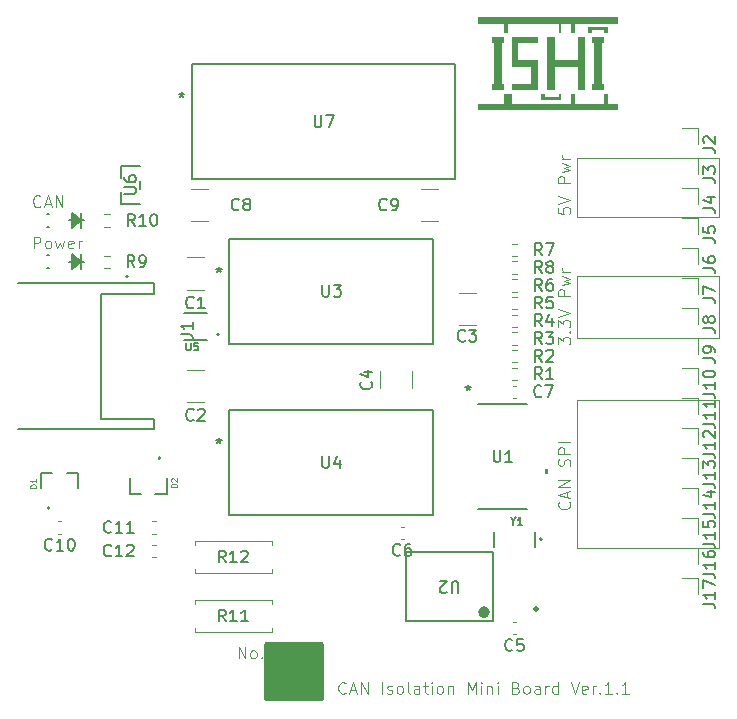
<source format=gto>
%TF.GenerationSoftware,KiCad,Pcbnew,9.0.4*%
%TF.CreationDate,2025-11-06T05:10:14+09:00*%
%TF.ProjectId,CAN_Isolation_mini,43414e5f-4973-46f6-9c61-74696f6e5f6d,Ver.1.1*%
%TF.SameCoordinates,Original*%
%TF.FileFunction,Legend,Top*%
%TF.FilePolarity,Positive*%
%FSLAX46Y46*%
G04 Gerber Fmt 4.6, Leading zero omitted, Abs format (unit mm)*
G04 Created by KiCad (PCBNEW 9.0.4) date 2025-11-06 05:10:14*
%MOMM*%
%LPD*%
G01*
G04 APERTURE LIST*
%ADD10C,0.100000*%
%ADD11C,0.150000*%
%ADD12C,0.120000*%
%ADD13C,0.500000*%
%ADD14C,0.250000*%
%ADD15C,0.000000*%
%ADD16C,0.127000*%
%ADD17C,0.200000*%
%ADD18C,0.152400*%
G04 APERTURE END LIST*
D10*
X136000000Y-90500000D02*
X148000000Y-90500000D01*
X148000000Y-95740000D01*
X136000000Y-95740000D01*
X136000000Y-90500000D01*
X136000000Y-101000000D02*
X148000000Y-101000000D01*
X148000000Y-113500000D01*
X136000000Y-113500000D01*
X136000000Y-101000000D01*
X136000000Y-80500000D02*
X148000000Y-80500000D01*
X148000000Y-85500000D01*
X136000000Y-85500000D01*
X136000000Y-80500000D01*
X135277180Y-109624687D02*
X135324800Y-109672306D01*
X135324800Y-109672306D02*
X135372419Y-109815163D01*
X135372419Y-109815163D02*
X135372419Y-109910401D01*
X135372419Y-109910401D02*
X135324800Y-110053258D01*
X135324800Y-110053258D02*
X135229561Y-110148496D01*
X135229561Y-110148496D02*
X135134323Y-110196115D01*
X135134323Y-110196115D02*
X134943847Y-110243734D01*
X134943847Y-110243734D02*
X134800990Y-110243734D01*
X134800990Y-110243734D02*
X134610514Y-110196115D01*
X134610514Y-110196115D02*
X134515276Y-110148496D01*
X134515276Y-110148496D02*
X134420038Y-110053258D01*
X134420038Y-110053258D02*
X134372419Y-109910401D01*
X134372419Y-109910401D02*
X134372419Y-109815163D01*
X134372419Y-109815163D02*
X134420038Y-109672306D01*
X134420038Y-109672306D02*
X134467657Y-109624687D01*
X135086704Y-109243734D02*
X135086704Y-108767544D01*
X135372419Y-109338972D02*
X134372419Y-109005639D01*
X134372419Y-109005639D02*
X135372419Y-108672306D01*
X135372419Y-108338972D02*
X134372419Y-108338972D01*
X134372419Y-108338972D02*
X135372419Y-107767544D01*
X135372419Y-107767544D02*
X134372419Y-107767544D01*
X135324800Y-106577067D02*
X135372419Y-106434210D01*
X135372419Y-106434210D02*
X135372419Y-106196115D01*
X135372419Y-106196115D02*
X135324800Y-106100877D01*
X135324800Y-106100877D02*
X135277180Y-106053258D01*
X135277180Y-106053258D02*
X135181942Y-106005639D01*
X135181942Y-106005639D02*
X135086704Y-106005639D01*
X135086704Y-106005639D02*
X134991466Y-106053258D01*
X134991466Y-106053258D02*
X134943847Y-106100877D01*
X134943847Y-106100877D02*
X134896228Y-106196115D01*
X134896228Y-106196115D02*
X134848609Y-106386591D01*
X134848609Y-106386591D02*
X134800990Y-106481829D01*
X134800990Y-106481829D02*
X134753371Y-106529448D01*
X134753371Y-106529448D02*
X134658133Y-106577067D01*
X134658133Y-106577067D02*
X134562895Y-106577067D01*
X134562895Y-106577067D02*
X134467657Y-106529448D01*
X134467657Y-106529448D02*
X134420038Y-106481829D01*
X134420038Y-106481829D02*
X134372419Y-106386591D01*
X134372419Y-106386591D02*
X134372419Y-106148496D01*
X134372419Y-106148496D02*
X134420038Y-106005639D01*
X135372419Y-105577067D02*
X134372419Y-105577067D01*
X134372419Y-105577067D02*
X134372419Y-105196115D01*
X134372419Y-105196115D02*
X134420038Y-105100877D01*
X134420038Y-105100877D02*
X134467657Y-105053258D01*
X134467657Y-105053258D02*
X134562895Y-105005639D01*
X134562895Y-105005639D02*
X134705752Y-105005639D01*
X134705752Y-105005639D02*
X134800990Y-105053258D01*
X134800990Y-105053258D02*
X134848609Y-105100877D01*
X134848609Y-105100877D02*
X134896228Y-105196115D01*
X134896228Y-105196115D02*
X134896228Y-105577067D01*
X135372419Y-104577067D02*
X134372419Y-104577067D01*
X107303884Y-122872419D02*
X107303884Y-121872419D01*
X107303884Y-121872419D02*
X107875312Y-122872419D01*
X107875312Y-122872419D02*
X107875312Y-121872419D01*
X108494360Y-122872419D02*
X108399122Y-122824800D01*
X108399122Y-122824800D02*
X108351503Y-122777180D01*
X108351503Y-122777180D02*
X108303884Y-122681942D01*
X108303884Y-122681942D02*
X108303884Y-122396228D01*
X108303884Y-122396228D02*
X108351503Y-122300990D01*
X108351503Y-122300990D02*
X108399122Y-122253371D01*
X108399122Y-122253371D02*
X108494360Y-122205752D01*
X108494360Y-122205752D02*
X108637217Y-122205752D01*
X108637217Y-122205752D02*
X108732455Y-122253371D01*
X108732455Y-122253371D02*
X108780074Y-122300990D01*
X108780074Y-122300990D02*
X108827693Y-122396228D01*
X108827693Y-122396228D02*
X108827693Y-122681942D01*
X108827693Y-122681942D02*
X108780074Y-122777180D01*
X108780074Y-122777180D02*
X108732455Y-122824800D01*
X108732455Y-122824800D02*
X108637217Y-122872419D01*
X108637217Y-122872419D02*
X108494360Y-122872419D01*
X109256265Y-122777180D02*
X109303884Y-122824800D01*
X109303884Y-122824800D02*
X109256265Y-122872419D01*
X109256265Y-122872419D02*
X109208646Y-122824800D01*
X109208646Y-122824800D02*
X109256265Y-122777180D01*
X109256265Y-122777180D02*
X109256265Y-122872419D01*
X116375312Y-125777180D02*
X116327693Y-125824800D01*
X116327693Y-125824800D02*
X116184836Y-125872419D01*
X116184836Y-125872419D02*
X116089598Y-125872419D01*
X116089598Y-125872419D02*
X115946741Y-125824800D01*
X115946741Y-125824800D02*
X115851503Y-125729561D01*
X115851503Y-125729561D02*
X115803884Y-125634323D01*
X115803884Y-125634323D02*
X115756265Y-125443847D01*
X115756265Y-125443847D02*
X115756265Y-125300990D01*
X115756265Y-125300990D02*
X115803884Y-125110514D01*
X115803884Y-125110514D02*
X115851503Y-125015276D01*
X115851503Y-125015276D02*
X115946741Y-124920038D01*
X115946741Y-124920038D02*
X116089598Y-124872419D01*
X116089598Y-124872419D02*
X116184836Y-124872419D01*
X116184836Y-124872419D02*
X116327693Y-124920038D01*
X116327693Y-124920038D02*
X116375312Y-124967657D01*
X116756265Y-125586704D02*
X117232455Y-125586704D01*
X116661027Y-125872419D02*
X116994360Y-124872419D01*
X116994360Y-124872419D02*
X117327693Y-125872419D01*
X117661027Y-125872419D02*
X117661027Y-124872419D01*
X117661027Y-124872419D02*
X118232455Y-125872419D01*
X118232455Y-125872419D02*
X118232455Y-124872419D01*
X119470551Y-125872419D02*
X119470551Y-124872419D01*
X119899122Y-125824800D02*
X119994360Y-125872419D01*
X119994360Y-125872419D02*
X120184836Y-125872419D01*
X120184836Y-125872419D02*
X120280074Y-125824800D01*
X120280074Y-125824800D02*
X120327693Y-125729561D01*
X120327693Y-125729561D02*
X120327693Y-125681942D01*
X120327693Y-125681942D02*
X120280074Y-125586704D01*
X120280074Y-125586704D02*
X120184836Y-125539085D01*
X120184836Y-125539085D02*
X120041979Y-125539085D01*
X120041979Y-125539085D02*
X119946741Y-125491466D01*
X119946741Y-125491466D02*
X119899122Y-125396228D01*
X119899122Y-125396228D02*
X119899122Y-125348609D01*
X119899122Y-125348609D02*
X119946741Y-125253371D01*
X119946741Y-125253371D02*
X120041979Y-125205752D01*
X120041979Y-125205752D02*
X120184836Y-125205752D01*
X120184836Y-125205752D02*
X120280074Y-125253371D01*
X120899122Y-125872419D02*
X120803884Y-125824800D01*
X120803884Y-125824800D02*
X120756265Y-125777180D01*
X120756265Y-125777180D02*
X120708646Y-125681942D01*
X120708646Y-125681942D02*
X120708646Y-125396228D01*
X120708646Y-125396228D02*
X120756265Y-125300990D01*
X120756265Y-125300990D02*
X120803884Y-125253371D01*
X120803884Y-125253371D02*
X120899122Y-125205752D01*
X120899122Y-125205752D02*
X121041979Y-125205752D01*
X121041979Y-125205752D02*
X121137217Y-125253371D01*
X121137217Y-125253371D02*
X121184836Y-125300990D01*
X121184836Y-125300990D02*
X121232455Y-125396228D01*
X121232455Y-125396228D02*
X121232455Y-125681942D01*
X121232455Y-125681942D02*
X121184836Y-125777180D01*
X121184836Y-125777180D02*
X121137217Y-125824800D01*
X121137217Y-125824800D02*
X121041979Y-125872419D01*
X121041979Y-125872419D02*
X120899122Y-125872419D01*
X121803884Y-125872419D02*
X121708646Y-125824800D01*
X121708646Y-125824800D02*
X121661027Y-125729561D01*
X121661027Y-125729561D02*
X121661027Y-124872419D01*
X122613408Y-125872419D02*
X122613408Y-125348609D01*
X122613408Y-125348609D02*
X122565789Y-125253371D01*
X122565789Y-125253371D02*
X122470551Y-125205752D01*
X122470551Y-125205752D02*
X122280075Y-125205752D01*
X122280075Y-125205752D02*
X122184837Y-125253371D01*
X122613408Y-125824800D02*
X122518170Y-125872419D01*
X122518170Y-125872419D02*
X122280075Y-125872419D01*
X122280075Y-125872419D02*
X122184837Y-125824800D01*
X122184837Y-125824800D02*
X122137218Y-125729561D01*
X122137218Y-125729561D02*
X122137218Y-125634323D01*
X122137218Y-125634323D02*
X122184837Y-125539085D01*
X122184837Y-125539085D02*
X122280075Y-125491466D01*
X122280075Y-125491466D02*
X122518170Y-125491466D01*
X122518170Y-125491466D02*
X122613408Y-125443847D01*
X122946742Y-125205752D02*
X123327694Y-125205752D01*
X123089599Y-124872419D02*
X123089599Y-125729561D01*
X123089599Y-125729561D02*
X123137218Y-125824800D01*
X123137218Y-125824800D02*
X123232456Y-125872419D01*
X123232456Y-125872419D02*
X123327694Y-125872419D01*
X123661028Y-125872419D02*
X123661028Y-125205752D01*
X123661028Y-124872419D02*
X123613409Y-124920038D01*
X123613409Y-124920038D02*
X123661028Y-124967657D01*
X123661028Y-124967657D02*
X123708647Y-124920038D01*
X123708647Y-124920038D02*
X123661028Y-124872419D01*
X123661028Y-124872419D02*
X123661028Y-124967657D01*
X124280075Y-125872419D02*
X124184837Y-125824800D01*
X124184837Y-125824800D02*
X124137218Y-125777180D01*
X124137218Y-125777180D02*
X124089599Y-125681942D01*
X124089599Y-125681942D02*
X124089599Y-125396228D01*
X124089599Y-125396228D02*
X124137218Y-125300990D01*
X124137218Y-125300990D02*
X124184837Y-125253371D01*
X124184837Y-125253371D02*
X124280075Y-125205752D01*
X124280075Y-125205752D02*
X124422932Y-125205752D01*
X124422932Y-125205752D02*
X124518170Y-125253371D01*
X124518170Y-125253371D02*
X124565789Y-125300990D01*
X124565789Y-125300990D02*
X124613408Y-125396228D01*
X124613408Y-125396228D02*
X124613408Y-125681942D01*
X124613408Y-125681942D02*
X124565789Y-125777180D01*
X124565789Y-125777180D02*
X124518170Y-125824800D01*
X124518170Y-125824800D02*
X124422932Y-125872419D01*
X124422932Y-125872419D02*
X124280075Y-125872419D01*
X125041980Y-125205752D02*
X125041980Y-125872419D01*
X125041980Y-125300990D02*
X125089599Y-125253371D01*
X125089599Y-125253371D02*
X125184837Y-125205752D01*
X125184837Y-125205752D02*
X125327694Y-125205752D01*
X125327694Y-125205752D02*
X125422932Y-125253371D01*
X125422932Y-125253371D02*
X125470551Y-125348609D01*
X125470551Y-125348609D02*
X125470551Y-125872419D01*
X126708647Y-125872419D02*
X126708647Y-124872419D01*
X126708647Y-124872419D02*
X127041980Y-125586704D01*
X127041980Y-125586704D02*
X127375313Y-124872419D01*
X127375313Y-124872419D02*
X127375313Y-125872419D01*
X127851504Y-125872419D02*
X127851504Y-125205752D01*
X127851504Y-124872419D02*
X127803885Y-124920038D01*
X127803885Y-124920038D02*
X127851504Y-124967657D01*
X127851504Y-124967657D02*
X127899123Y-124920038D01*
X127899123Y-124920038D02*
X127851504Y-124872419D01*
X127851504Y-124872419D02*
X127851504Y-124967657D01*
X128327694Y-125205752D02*
X128327694Y-125872419D01*
X128327694Y-125300990D02*
X128375313Y-125253371D01*
X128375313Y-125253371D02*
X128470551Y-125205752D01*
X128470551Y-125205752D02*
X128613408Y-125205752D01*
X128613408Y-125205752D02*
X128708646Y-125253371D01*
X128708646Y-125253371D02*
X128756265Y-125348609D01*
X128756265Y-125348609D02*
X128756265Y-125872419D01*
X129232456Y-125872419D02*
X129232456Y-125205752D01*
X129232456Y-124872419D02*
X129184837Y-124920038D01*
X129184837Y-124920038D02*
X129232456Y-124967657D01*
X129232456Y-124967657D02*
X129280075Y-124920038D01*
X129280075Y-124920038D02*
X129232456Y-124872419D01*
X129232456Y-124872419D02*
X129232456Y-124967657D01*
X130803884Y-125348609D02*
X130946741Y-125396228D01*
X130946741Y-125396228D02*
X130994360Y-125443847D01*
X130994360Y-125443847D02*
X131041979Y-125539085D01*
X131041979Y-125539085D02*
X131041979Y-125681942D01*
X131041979Y-125681942D02*
X130994360Y-125777180D01*
X130994360Y-125777180D02*
X130946741Y-125824800D01*
X130946741Y-125824800D02*
X130851503Y-125872419D01*
X130851503Y-125872419D02*
X130470551Y-125872419D01*
X130470551Y-125872419D02*
X130470551Y-124872419D01*
X130470551Y-124872419D02*
X130803884Y-124872419D01*
X130803884Y-124872419D02*
X130899122Y-124920038D01*
X130899122Y-124920038D02*
X130946741Y-124967657D01*
X130946741Y-124967657D02*
X130994360Y-125062895D01*
X130994360Y-125062895D02*
X130994360Y-125158133D01*
X130994360Y-125158133D02*
X130946741Y-125253371D01*
X130946741Y-125253371D02*
X130899122Y-125300990D01*
X130899122Y-125300990D02*
X130803884Y-125348609D01*
X130803884Y-125348609D02*
X130470551Y-125348609D01*
X131613408Y-125872419D02*
X131518170Y-125824800D01*
X131518170Y-125824800D02*
X131470551Y-125777180D01*
X131470551Y-125777180D02*
X131422932Y-125681942D01*
X131422932Y-125681942D02*
X131422932Y-125396228D01*
X131422932Y-125396228D02*
X131470551Y-125300990D01*
X131470551Y-125300990D02*
X131518170Y-125253371D01*
X131518170Y-125253371D02*
X131613408Y-125205752D01*
X131613408Y-125205752D02*
X131756265Y-125205752D01*
X131756265Y-125205752D02*
X131851503Y-125253371D01*
X131851503Y-125253371D02*
X131899122Y-125300990D01*
X131899122Y-125300990D02*
X131946741Y-125396228D01*
X131946741Y-125396228D02*
X131946741Y-125681942D01*
X131946741Y-125681942D02*
X131899122Y-125777180D01*
X131899122Y-125777180D02*
X131851503Y-125824800D01*
X131851503Y-125824800D02*
X131756265Y-125872419D01*
X131756265Y-125872419D02*
X131613408Y-125872419D01*
X132803884Y-125872419D02*
X132803884Y-125348609D01*
X132803884Y-125348609D02*
X132756265Y-125253371D01*
X132756265Y-125253371D02*
X132661027Y-125205752D01*
X132661027Y-125205752D02*
X132470551Y-125205752D01*
X132470551Y-125205752D02*
X132375313Y-125253371D01*
X132803884Y-125824800D02*
X132708646Y-125872419D01*
X132708646Y-125872419D02*
X132470551Y-125872419D01*
X132470551Y-125872419D02*
X132375313Y-125824800D01*
X132375313Y-125824800D02*
X132327694Y-125729561D01*
X132327694Y-125729561D02*
X132327694Y-125634323D01*
X132327694Y-125634323D02*
X132375313Y-125539085D01*
X132375313Y-125539085D02*
X132470551Y-125491466D01*
X132470551Y-125491466D02*
X132708646Y-125491466D01*
X132708646Y-125491466D02*
X132803884Y-125443847D01*
X133280075Y-125872419D02*
X133280075Y-125205752D01*
X133280075Y-125396228D02*
X133327694Y-125300990D01*
X133327694Y-125300990D02*
X133375313Y-125253371D01*
X133375313Y-125253371D02*
X133470551Y-125205752D01*
X133470551Y-125205752D02*
X133565789Y-125205752D01*
X134327694Y-125872419D02*
X134327694Y-124872419D01*
X134327694Y-125824800D02*
X134232456Y-125872419D01*
X134232456Y-125872419D02*
X134041980Y-125872419D01*
X134041980Y-125872419D02*
X133946742Y-125824800D01*
X133946742Y-125824800D02*
X133899123Y-125777180D01*
X133899123Y-125777180D02*
X133851504Y-125681942D01*
X133851504Y-125681942D02*
X133851504Y-125396228D01*
X133851504Y-125396228D02*
X133899123Y-125300990D01*
X133899123Y-125300990D02*
X133946742Y-125253371D01*
X133946742Y-125253371D02*
X134041980Y-125205752D01*
X134041980Y-125205752D02*
X134232456Y-125205752D01*
X134232456Y-125205752D02*
X134327694Y-125253371D01*
X135422933Y-124872419D02*
X135756266Y-125872419D01*
X135756266Y-125872419D02*
X136089599Y-124872419D01*
X136803885Y-125824800D02*
X136708647Y-125872419D01*
X136708647Y-125872419D02*
X136518171Y-125872419D01*
X136518171Y-125872419D02*
X136422933Y-125824800D01*
X136422933Y-125824800D02*
X136375314Y-125729561D01*
X136375314Y-125729561D02*
X136375314Y-125348609D01*
X136375314Y-125348609D02*
X136422933Y-125253371D01*
X136422933Y-125253371D02*
X136518171Y-125205752D01*
X136518171Y-125205752D02*
X136708647Y-125205752D01*
X136708647Y-125205752D02*
X136803885Y-125253371D01*
X136803885Y-125253371D02*
X136851504Y-125348609D01*
X136851504Y-125348609D02*
X136851504Y-125443847D01*
X136851504Y-125443847D02*
X136375314Y-125539085D01*
X137280076Y-125872419D02*
X137280076Y-125205752D01*
X137280076Y-125396228D02*
X137327695Y-125300990D01*
X137327695Y-125300990D02*
X137375314Y-125253371D01*
X137375314Y-125253371D02*
X137470552Y-125205752D01*
X137470552Y-125205752D02*
X137565790Y-125205752D01*
X137899124Y-125777180D02*
X137946743Y-125824800D01*
X137946743Y-125824800D02*
X137899124Y-125872419D01*
X137899124Y-125872419D02*
X137851505Y-125824800D01*
X137851505Y-125824800D02*
X137899124Y-125777180D01*
X137899124Y-125777180D02*
X137899124Y-125872419D01*
X138899123Y-125872419D02*
X138327695Y-125872419D01*
X138613409Y-125872419D02*
X138613409Y-124872419D01*
X138613409Y-124872419D02*
X138518171Y-125015276D01*
X138518171Y-125015276D02*
X138422933Y-125110514D01*
X138422933Y-125110514D02*
X138327695Y-125158133D01*
X139327695Y-125777180D02*
X139375314Y-125824800D01*
X139375314Y-125824800D02*
X139327695Y-125872419D01*
X139327695Y-125872419D02*
X139280076Y-125824800D01*
X139280076Y-125824800D02*
X139327695Y-125777180D01*
X139327695Y-125777180D02*
X139327695Y-125872419D01*
X140327694Y-125872419D02*
X139756266Y-125872419D01*
X140041980Y-125872419D02*
X140041980Y-124872419D01*
X140041980Y-124872419D02*
X139946742Y-125015276D01*
X139946742Y-125015276D02*
X139851504Y-125110514D01*
X139851504Y-125110514D02*
X139756266Y-125158133D01*
X134372419Y-96291353D02*
X134372419Y-95672306D01*
X134372419Y-95672306D02*
X134753371Y-96005639D01*
X134753371Y-96005639D02*
X134753371Y-95862782D01*
X134753371Y-95862782D02*
X134800990Y-95767544D01*
X134800990Y-95767544D02*
X134848609Y-95719925D01*
X134848609Y-95719925D02*
X134943847Y-95672306D01*
X134943847Y-95672306D02*
X135181942Y-95672306D01*
X135181942Y-95672306D02*
X135277180Y-95719925D01*
X135277180Y-95719925D02*
X135324800Y-95767544D01*
X135324800Y-95767544D02*
X135372419Y-95862782D01*
X135372419Y-95862782D02*
X135372419Y-96148496D01*
X135372419Y-96148496D02*
X135324800Y-96243734D01*
X135324800Y-96243734D02*
X135277180Y-96291353D01*
X135277180Y-95243734D02*
X135324800Y-95196115D01*
X135324800Y-95196115D02*
X135372419Y-95243734D01*
X135372419Y-95243734D02*
X135324800Y-95291353D01*
X135324800Y-95291353D02*
X135277180Y-95243734D01*
X135277180Y-95243734D02*
X135372419Y-95243734D01*
X134372419Y-94862782D02*
X134372419Y-94243735D01*
X134372419Y-94243735D02*
X134753371Y-94577068D01*
X134753371Y-94577068D02*
X134753371Y-94434211D01*
X134753371Y-94434211D02*
X134800990Y-94338973D01*
X134800990Y-94338973D02*
X134848609Y-94291354D01*
X134848609Y-94291354D02*
X134943847Y-94243735D01*
X134943847Y-94243735D02*
X135181942Y-94243735D01*
X135181942Y-94243735D02*
X135277180Y-94291354D01*
X135277180Y-94291354D02*
X135324800Y-94338973D01*
X135324800Y-94338973D02*
X135372419Y-94434211D01*
X135372419Y-94434211D02*
X135372419Y-94719925D01*
X135372419Y-94719925D02*
X135324800Y-94815163D01*
X135324800Y-94815163D02*
X135277180Y-94862782D01*
X134372419Y-93958020D02*
X135372419Y-93624687D01*
X135372419Y-93624687D02*
X134372419Y-93291354D01*
X135372419Y-92196115D02*
X134372419Y-92196115D01*
X134372419Y-92196115D02*
X134372419Y-91815163D01*
X134372419Y-91815163D02*
X134420038Y-91719925D01*
X134420038Y-91719925D02*
X134467657Y-91672306D01*
X134467657Y-91672306D02*
X134562895Y-91624687D01*
X134562895Y-91624687D02*
X134705752Y-91624687D01*
X134705752Y-91624687D02*
X134800990Y-91672306D01*
X134800990Y-91672306D02*
X134848609Y-91719925D01*
X134848609Y-91719925D02*
X134896228Y-91815163D01*
X134896228Y-91815163D02*
X134896228Y-92196115D01*
X134705752Y-91291353D02*
X135372419Y-91100877D01*
X135372419Y-91100877D02*
X134896228Y-90910401D01*
X134896228Y-90910401D02*
X135372419Y-90719925D01*
X135372419Y-90719925D02*
X134705752Y-90529449D01*
X135372419Y-90148496D02*
X134705752Y-90148496D01*
X134896228Y-90148496D02*
X134800990Y-90100877D01*
X134800990Y-90100877D02*
X134753371Y-90053258D01*
X134753371Y-90053258D02*
X134705752Y-89958020D01*
X134705752Y-89958020D02*
X134705752Y-89862782D01*
X90532407Y-84572085D02*
X90484788Y-84619705D01*
X90484788Y-84619705D02*
X90341931Y-84667324D01*
X90341931Y-84667324D02*
X90246693Y-84667324D01*
X90246693Y-84667324D02*
X90103836Y-84619705D01*
X90103836Y-84619705D02*
X90008598Y-84524466D01*
X90008598Y-84524466D02*
X89960979Y-84429228D01*
X89960979Y-84429228D02*
X89913360Y-84238752D01*
X89913360Y-84238752D02*
X89913360Y-84095895D01*
X89913360Y-84095895D02*
X89960979Y-83905419D01*
X89960979Y-83905419D02*
X90008598Y-83810181D01*
X90008598Y-83810181D02*
X90103836Y-83714943D01*
X90103836Y-83714943D02*
X90246693Y-83667324D01*
X90246693Y-83667324D02*
X90341931Y-83667324D01*
X90341931Y-83667324D02*
X90484788Y-83714943D01*
X90484788Y-83714943D02*
X90532407Y-83762562D01*
X90913360Y-84381609D02*
X91389550Y-84381609D01*
X90818122Y-84667324D02*
X91151455Y-83667324D01*
X91151455Y-83667324D02*
X91484788Y-84667324D01*
X91818122Y-84667324D02*
X91818122Y-83667324D01*
X91818122Y-83667324D02*
X92389550Y-84667324D01*
X92389550Y-84667324D02*
X92389550Y-83667324D01*
X89960979Y-88167324D02*
X89960979Y-87167324D01*
X89960979Y-87167324D02*
X90341931Y-87167324D01*
X90341931Y-87167324D02*
X90437169Y-87214943D01*
X90437169Y-87214943D02*
X90484788Y-87262562D01*
X90484788Y-87262562D02*
X90532407Y-87357800D01*
X90532407Y-87357800D02*
X90532407Y-87500657D01*
X90532407Y-87500657D02*
X90484788Y-87595895D01*
X90484788Y-87595895D02*
X90437169Y-87643514D01*
X90437169Y-87643514D02*
X90341931Y-87691133D01*
X90341931Y-87691133D02*
X89960979Y-87691133D01*
X91103836Y-88167324D02*
X91008598Y-88119705D01*
X91008598Y-88119705D02*
X90960979Y-88072085D01*
X90960979Y-88072085D02*
X90913360Y-87976847D01*
X90913360Y-87976847D02*
X90913360Y-87691133D01*
X90913360Y-87691133D02*
X90960979Y-87595895D01*
X90960979Y-87595895D02*
X91008598Y-87548276D01*
X91008598Y-87548276D02*
X91103836Y-87500657D01*
X91103836Y-87500657D02*
X91246693Y-87500657D01*
X91246693Y-87500657D02*
X91341931Y-87548276D01*
X91341931Y-87548276D02*
X91389550Y-87595895D01*
X91389550Y-87595895D02*
X91437169Y-87691133D01*
X91437169Y-87691133D02*
X91437169Y-87976847D01*
X91437169Y-87976847D02*
X91389550Y-88072085D01*
X91389550Y-88072085D02*
X91341931Y-88119705D01*
X91341931Y-88119705D02*
X91246693Y-88167324D01*
X91246693Y-88167324D02*
X91103836Y-88167324D01*
X91770503Y-87500657D02*
X91960979Y-88167324D01*
X91960979Y-88167324D02*
X92151455Y-87691133D01*
X92151455Y-87691133D02*
X92341931Y-88167324D01*
X92341931Y-88167324D02*
X92532407Y-87500657D01*
X93294312Y-88119705D02*
X93199074Y-88167324D01*
X93199074Y-88167324D02*
X93008598Y-88167324D01*
X93008598Y-88167324D02*
X92913360Y-88119705D01*
X92913360Y-88119705D02*
X92865741Y-88024466D01*
X92865741Y-88024466D02*
X92865741Y-87643514D01*
X92865741Y-87643514D02*
X92913360Y-87548276D01*
X92913360Y-87548276D02*
X93008598Y-87500657D01*
X93008598Y-87500657D02*
X93199074Y-87500657D01*
X93199074Y-87500657D02*
X93294312Y-87548276D01*
X93294312Y-87548276D02*
X93341931Y-87643514D01*
X93341931Y-87643514D02*
X93341931Y-87738752D01*
X93341931Y-87738752D02*
X92865741Y-87833990D01*
X93770503Y-88167324D02*
X93770503Y-87500657D01*
X93770503Y-87691133D02*
X93818122Y-87595895D01*
X93818122Y-87595895D02*
X93865741Y-87548276D01*
X93865741Y-87548276D02*
X93960979Y-87500657D01*
X93960979Y-87500657D02*
X94056217Y-87500657D01*
X134372419Y-84719925D02*
X134372419Y-85196115D01*
X134372419Y-85196115D02*
X134848609Y-85243734D01*
X134848609Y-85243734D02*
X134800990Y-85196115D01*
X134800990Y-85196115D02*
X134753371Y-85100877D01*
X134753371Y-85100877D02*
X134753371Y-84862782D01*
X134753371Y-84862782D02*
X134800990Y-84767544D01*
X134800990Y-84767544D02*
X134848609Y-84719925D01*
X134848609Y-84719925D02*
X134943847Y-84672306D01*
X134943847Y-84672306D02*
X135181942Y-84672306D01*
X135181942Y-84672306D02*
X135277180Y-84719925D01*
X135277180Y-84719925D02*
X135324800Y-84767544D01*
X135324800Y-84767544D02*
X135372419Y-84862782D01*
X135372419Y-84862782D02*
X135372419Y-85100877D01*
X135372419Y-85100877D02*
X135324800Y-85196115D01*
X135324800Y-85196115D02*
X135277180Y-85243734D01*
X134372419Y-84386591D02*
X135372419Y-84053258D01*
X135372419Y-84053258D02*
X134372419Y-83719925D01*
X135372419Y-82624686D02*
X134372419Y-82624686D01*
X134372419Y-82624686D02*
X134372419Y-82243734D01*
X134372419Y-82243734D02*
X134420038Y-82148496D01*
X134420038Y-82148496D02*
X134467657Y-82100877D01*
X134467657Y-82100877D02*
X134562895Y-82053258D01*
X134562895Y-82053258D02*
X134705752Y-82053258D01*
X134705752Y-82053258D02*
X134800990Y-82100877D01*
X134800990Y-82100877D02*
X134848609Y-82148496D01*
X134848609Y-82148496D02*
X134896228Y-82243734D01*
X134896228Y-82243734D02*
X134896228Y-82624686D01*
X134705752Y-81719924D02*
X135372419Y-81529448D01*
X135372419Y-81529448D02*
X134896228Y-81338972D01*
X134896228Y-81338972D02*
X135372419Y-81148496D01*
X135372419Y-81148496D02*
X134705752Y-80958020D01*
X135372419Y-80577067D02*
X134705752Y-80577067D01*
X134896228Y-80577067D02*
X134800990Y-80529448D01*
X134800990Y-80529448D02*
X134753371Y-80481829D01*
X134753371Y-80481829D02*
X134705752Y-80386591D01*
X134705752Y-80386591D02*
X134705752Y-80291353D01*
D11*
X132933333Y-100659580D02*
X132885714Y-100707200D01*
X132885714Y-100707200D02*
X132742857Y-100754819D01*
X132742857Y-100754819D02*
X132647619Y-100754819D01*
X132647619Y-100754819D02*
X132504762Y-100707200D01*
X132504762Y-100707200D02*
X132409524Y-100611961D01*
X132409524Y-100611961D02*
X132361905Y-100516723D01*
X132361905Y-100516723D02*
X132314286Y-100326247D01*
X132314286Y-100326247D02*
X132314286Y-100183390D01*
X132314286Y-100183390D02*
X132361905Y-99992914D01*
X132361905Y-99992914D02*
X132409524Y-99897676D01*
X132409524Y-99897676D02*
X132504762Y-99802438D01*
X132504762Y-99802438D02*
X132647619Y-99754819D01*
X132647619Y-99754819D02*
X132742857Y-99754819D01*
X132742857Y-99754819D02*
X132885714Y-99802438D01*
X132885714Y-99802438D02*
X132933333Y-99850057D01*
X133266667Y-99754819D02*
X133933333Y-99754819D01*
X133933333Y-99754819D02*
X133504762Y-100754819D01*
X98490428Y-89749724D02*
X98157095Y-89273533D01*
X97919000Y-89749724D02*
X97919000Y-88749724D01*
X97919000Y-88749724D02*
X98299952Y-88749724D01*
X98299952Y-88749724D02*
X98395190Y-88797343D01*
X98395190Y-88797343D02*
X98442809Y-88844962D01*
X98442809Y-88844962D02*
X98490428Y-88940200D01*
X98490428Y-88940200D02*
X98490428Y-89083057D01*
X98490428Y-89083057D02*
X98442809Y-89178295D01*
X98442809Y-89178295D02*
X98395190Y-89225914D01*
X98395190Y-89225914D02*
X98299952Y-89273533D01*
X98299952Y-89273533D02*
X97919000Y-89273533D01*
X98966619Y-89749724D02*
X99157095Y-89749724D01*
X99157095Y-89749724D02*
X99252333Y-89702105D01*
X99252333Y-89702105D02*
X99299952Y-89654485D01*
X99299952Y-89654485D02*
X99395190Y-89511628D01*
X99395190Y-89511628D02*
X99442809Y-89321152D01*
X99442809Y-89321152D02*
X99442809Y-88940200D01*
X99442809Y-88940200D02*
X99395190Y-88844962D01*
X99395190Y-88844962D02*
X99347571Y-88797343D01*
X99347571Y-88797343D02*
X99252333Y-88749724D01*
X99252333Y-88749724D02*
X99061857Y-88749724D01*
X99061857Y-88749724D02*
X98966619Y-88797343D01*
X98966619Y-88797343D02*
X98919000Y-88844962D01*
X98919000Y-88844962D02*
X98871381Y-88940200D01*
X98871381Y-88940200D02*
X98871381Y-89178295D01*
X98871381Y-89178295D02*
X98919000Y-89273533D01*
X98919000Y-89273533D02*
X98966619Y-89321152D01*
X98966619Y-89321152D02*
X99061857Y-89368771D01*
X99061857Y-89368771D02*
X99252333Y-89368771D01*
X99252333Y-89368771D02*
X99347571Y-89321152D01*
X99347571Y-89321152D02*
X99395190Y-89273533D01*
X99395190Y-89273533D02*
X99442809Y-89178295D01*
X125918999Y-117340085D02*
X125918999Y-116530562D01*
X125918999Y-116530562D02*
X125871380Y-116435324D01*
X125871380Y-116435324D02*
X125823761Y-116387705D01*
X125823761Y-116387705D02*
X125728523Y-116340085D01*
X125728523Y-116340085D02*
X125538047Y-116340085D01*
X125538047Y-116340085D02*
X125442809Y-116387705D01*
X125442809Y-116387705D02*
X125395190Y-116435324D01*
X125395190Y-116435324D02*
X125347571Y-116530562D01*
X125347571Y-116530562D02*
X125347571Y-117340085D01*
X124918999Y-117244847D02*
X124871380Y-117292466D01*
X124871380Y-117292466D02*
X124776142Y-117340085D01*
X124776142Y-117340085D02*
X124538047Y-117340085D01*
X124538047Y-117340085D02*
X124442809Y-117292466D01*
X124442809Y-117292466D02*
X124395190Y-117244847D01*
X124395190Y-117244847D02*
X124347571Y-117149609D01*
X124347571Y-117149609D02*
X124347571Y-117054371D01*
X124347571Y-117054371D02*
X124395190Y-116911514D01*
X124395190Y-116911514D02*
X124966618Y-116340085D01*
X124966618Y-116340085D02*
X124347571Y-116340085D01*
X146644819Y-89833333D02*
X147359104Y-89833333D01*
X147359104Y-89833333D02*
X147501961Y-89880952D01*
X147501961Y-89880952D02*
X147597200Y-89976190D01*
X147597200Y-89976190D02*
X147644819Y-90119047D01*
X147644819Y-90119047D02*
X147644819Y-90214285D01*
X146644819Y-88928571D02*
X146644819Y-89119047D01*
X146644819Y-89119047D02*
X146692438Y-89214285D01*
X146692438Y-89214285D02*
X146740057Y-89261904D01*
X146740057Y-89261904D02*
X146882914Y-89357142D01*
X146882914Y-89357142D02*
X147073390Y-89404761D01*
X147073390Y-89404761D02*
X147454342Y-89404761D01*
X147454342Y-89404761D02*
X147549580Y-89357142D01*
X147549580Y-89357142D02*
X147597200Y-89309523D01*
X147597200Y-89309523D02*
X147644819Y-89214285D01*
X147644819Y-89214285D02*
X147644819Y-89023809D01*
X147644819Y-89023809D02*
X147597200Y-88928571D01*
X147597200Y-88928571D02*
X147549580Y-88880952D01*
X147549580Y-88880952D02*
X147454342Y-88833333D01*
X147454342Y-88833333D02*
X147216247Y-88833333D01*
X147216247Y-88833333D02*
X147121009Y-88880952D01*
X147121009Y-88880952D02*
X147073390Y-88928571D01*
X147073390Y-88928571D02*
X147025771Y-89023809D01*
X147025771Y-89023809D02*
X147025771Y-89214285D01*
X147025771Y-89214285D02*
X147073390Y-89309523D01*
X147073390Y-89309523D02*
X147121009Y-89357142D01*
X147121009Y-89357142D02*
X147216247Y-89404761D01*
X146644819Y-82213333D02*
X147359104Y-82213333D01*
X147359104Y-82213333D02*
X147501961Y-82260952D01*
X147501961Y-82260952D02*
X147597200Y-82356190D01*
X147597200Y-82356190D02*
X147644819Y-82499047D01*
X147644819Y-82499047D02*
X147644819Y-82594285D01*
X146644819Y-81832380D02*
X146644819Y-81213333D01*
X146644819Y-81213333D02*
X147025771Y-81546666D01*
X147025771Y-81546666D02*
X147025771Y-81403809D01*
X147025771Y-81403809D02*
X147073390Y-81308571D01*
X147073390Y-81308571D02*
X147121009Y-81260952D01*
X147121009Y-81260952D02*
X147216247Y-81213333D01*
X147216247Y-81213333D02*
X147454342Y-81213333D01*
X147454342Y-81213333D02*
X147549580Y-81260952D01*
X147549580Y-81260952D02*
X147597200Y-81308571D01*
X147597200Y-81308571D02*
X147644819Y-81403809D01*
X147644819Y-81403809D02*
X147644819Y-81689523D01*
X147644819Y-81689523D02*
X147597200Y-81784761D01*
X147597200Y-81784761D02*
X147549580Y-81832380D01*
X102406914Y-95433238D02*
X103121199Y-95433238D01*
X103121199Y-95433238D02*
X103264056Y-95480857D01*
X103264056Y-95480857D02*
X103359295Y-95576095D01*
X103359295Y-95576095D02*
X103406914Y-95718952D01*
X103406914Y-95718952D02*
X103406914Y-95814190D01*
X103406914Y-94433238D02*
X103406914Y-95004666D01*
X103406914Y-94718952D02*
X102406914Y-94718952D01*
X102406914Y-94718952D02*
X102549771Y-94814190D01*
X102549771Y-94814190D02*
X102645009Y-94909428D01*
X102645009Y-94909428D02*
X102692628Y-95004666D01*
X91514237Y-113654485D02*
X91466618Y-113702105D01*
X91466618Y-113702105D02*
X91323761Y-113749724D01*
X91323761Y-113749724D02*
X91228523Y-113749724D01*
X91228523Y-113749724D02*
X91085666Y-113702105D01*
X91085666Y-113702105D02*
X90990428Y-113606866D01*
X90990428Y-113606866D02*
X90942809Y-113511628D01*
X90942809Y-113511628D02*
X90895190Y-113321152D01*
X90895190Y-113321152D02*
X90895190Y-113178295D01*
X90895190Y-113178295D02*
X90942809Y-112987819D01*
X90942809Y-112987819D02*
X90990428Y-112892581D01*
X90990428Y-112892581D02*
X91085666Y-112797343D01*
X91085666Y-112797343D02*
X91228523Y-112749724D01*
X91228523Y-112749724D02*
X91323761Y-112749724D01*
X91323761Y-112749724D02*
X91466618Y-112797343D01*
X91466618Y-112797343D02*
X91514237Y-112844962D01*
X92466618Y-113749724D02*
X91895190Y-113749724D01*
X92180904Y-113749724D02*
X92180904Y-112749724D01*
X92180904Y-112749724D02*
X92085666Y-112892581D01*
X92085666Y-112892581D02*
X91990428Y-112987819D01*
X91990428Y-112987819D02*
X91895190Y-113035438D01*
X93085666Y-112749724D02*
X93180904Y-112749724D01*
X93180904Y-112749724D02*
X93276142Y-112797343D01*
X93276142Y-112797343D02*
X93323761Y-112844962D01*
X93323761Y-112844962D02*
X93371380Y-112940200D01*
X93371380Y-112940200D02*
X93418999Y-113130676D01*
X93418999Y-113130676D02*
X93418999Y-113368771D01*
X93418999Y-113368771D02*
X93371380Y-113559247D01*
X93371380Y-113559247D02*
X93323761Y-113654485D01*
X93323761Y-113654485D02*
X93276142Y-113702105D01*
X93276142Y-113702105D02*
X93180904Y-113749724D01*
X93180904Y-113749724D02*
X93085666Y-113749724D01*
X93085666Y-113749724D02*
X92990428Y-113702105D01*
X92990428Y-113702105D02*
X92942809Y-113654485D01*
X92942809Y-113654485D02*
X92895190Y-113559247D01*
X92895190Y-113559247D02*
X92847571Y-113368771D01*
X92847571Y-113368771D02*
X92847571Y-113130676D01*
X92847571Y-113130676D02*
X92895190Y-112940200D01*
X92895190Y-112940200D02*
X92942809Y-112844962D01*
X92942809Y-112844962D02*
X92990428Y-112797343D01*
X92990428Y-112797343D02*
X93085666Y-112749724D01*
X146644819Y-94913333D02*
X147359104Y-94913333D01*
X147359104Y-94913333D02*
X147501961Y-94960952D01*
X147501961Y-94960952D02*
X147597200Y-95056190D01*
X147597200Y-95056190D02*
X147644819Y-95199047D01*
X147644819Y-95199047D02*
X147644819Y-95294285D01*
X147073390Y-94294285D02*
X147025771Y-94389523D01*
X147025771Y-94389523D02*
X146978152Y-94437142D01*
X146978152Y-94437142D02*
X146882914Y-94484761D01*
X146882914Y-94484761D02*
X146835295Y-94484761D01*
X146835295Y-94484761D02*
X146740057Y-94437142D01*
X146740057Y-94437142D02*
X146692438Y-94389523D01*
X146692438Y-94389523D02*
X146644819Y-94294285D01*
X146644819Y-94294285D02*
X146644819Y-94103809D01*
X146644819Y-94103809D02*
X146692438Y-94008571D01*
X146692438Y-94008571D02*
X146740057Y-93960952D01*
X146740057Y-93960952D02*
X146835295Y-93913333D01*
X146835295Y-93913333D02*
X146882914Y-93913333D01*
X146882914Y-93913333D02*
X146978152Y-93960952D01*
X146978152Y-93960952D02*
X147025771Y-94008571D01*
X147025771Y-94008571D02*
X147073390Y-94103809D01*
X147073390Y-94103809D02*
X147073390Y-94294285D01*
X147073390Y-94294285D02*
X147121009Y-94389523D01*
X147121009Y-94389523D02*
X147168628Y-94437142D01*
X147168628Y-94437142D02*
X147263866Y-94484761D01*
X147263866Y-94484761D02*
X147454342Y-94484761D01*
X147454342Y-94484761D02*
X147549580Y-94437142D01*
X147549580Y-94437142D02*
X147597200Y-94389523D01*
X147597200Y-94389523D02*
X147644819Y-94294285D01*
X147644819Y-94294285D02*
X147644819Y-94103809D01*
X147644819Y-94103809D02*
X147597200Y-94008571D01*
X147597200Y-94008571D02*
X147549580Y-93960952D01*
X147549580Y-93960952D02*
X147454342Y-93913333D01*
X147454342Y-93913333D02*
X147263866Y-93913333D01*
X147263866Y-93913333D02*
X147168628Y-93960952D01*
X147168628Y-93960952D02*
X147121009Y-94008571D01*
X147121009Y-94008571D02*
X147073390Y-94103809D01*
X146644819Y-103009523D02*
X147359104Y-103009523D01*
X147359104Y-103009523D02*
X147501961Y-103057142D01*
X147501961Y-103057142D02*
X147597200Y-103152380D01*
X147597200Y-103152380D02*
X147644819Y-103295237D01*
X147644819Y-103295237D02*
X147644819Y-103390475D01*
X147644819Y-102009523D02*
X147644819Y-102580951D01*
X147644819Y-102295237D02*
X146644819Y-102295237D01*
X146644819Y-102295237D02*
X146787676Y-102390475D01*
X146787676Y-102390475D02*
X146882914Y-102485713D01*
X146882914Y-102485713D02*
X146930533Y-102580951D01*
X147644819Y-101057142D02*
X147644819Y-101628570D01*
X147644819Y-101342856D02*
X146644819Y-101342856D01*
X146644819Y-101342856D02*
X146787676Y-101438094D01*
X146787676Y-101438094D02*
X146882914Y-101533332D01*
X146882914Y-101533332D02*
X146930533Y-101628570D01*
X146644819Y-118249523D02*
X147359104Y-118249523D01*
X147359104Y-118249523D02*
X147501961Y-118297142D01*
X147501961Y-118297142D02*
X147597200Y-118392380D01*
X147597200Y-118392380D02*
X147644819Y-118535237D01*
X147644819Y-118535237D02*
X147644819Y-118630475D01*
X147644819Y-117249523D02*
X147644819Y-117820951D01*
X147644819Y-117535237D02*
X146644819Y-117535237D01*
X146644819Y-117535237D02*
X146787676Y-117630475D01*
X146787676Y-117630475D02*
X146882914Y-117725713D01*
X146882914Y-117725713D02*
X146930533Y-117820951D01*
X146644819Y-116916189D02*
X146644819Y-116249523D01*
X146644819Y-116249523D02*
X147644819Y-116678094D01*
X102877475Y-96156581D02*
X102877475Y-96674676D01*
X102877475Y-96674676D02*
X102907952Y-96735628D01*
X102907952Y-96735628D02*
X102938428Y-96766105D01*
X102938428Y-96766105D02*
X102999380Y-96796581D01*
X102999380Y-96796581D02*
X103121285Y-96796581D01*
X103121285Y-96796581D02*
X103182237Y-96766105D01*
X103182237Y-96766105D02*
X103212714Y-96735628D01*
X103212714Y-96735628D02*
X103243190Y-96674676D01*
X103243190Y-96674676D02*
X103243190Y-96156581D01*
X103852713Y-96156581D02*
X103547951Y-96156581D01*
X103547951Y-96156581D02*
X103517475Y-96461343D01*
X103517475Y-96461343D02*
X103547951Y-96430866D01*
X103547951Y-96430866D02*
X103608904Y-96400390D01*
X103608904Y-96400390D02*
X103761285Y-96400390D01*
X103761285Y-96400390D02*
X103822237Y-96430866D01*
X103822237Y-96430866D02*
X103852713Y-96461343D01*
X103852713Y-96461343D02*
X103883190Y-96522295D01*
X103883190Y-96522295D02*
X103883190Y-96674676D01*
X103883190Y-96674676D02*
X103852713Y-96735628D01*
X103852713Y-96735628D02*
X103822237Y-96766105D01*
X103822237Y-96766105D02*
X103761285Y-96796581D01*
X103761285Y-96796581D02*
X103608904Y-96796581D01*
X103608904Y-96796581D02*
X103547951Y-96766105D01*
X103547951Y-96766105D02*
X103517475Y-96735628D01*
X146644819Y-113169523D02*
X147359104Y-113169523D01*
X147359104Y-113169523D02*
X147501961Y-113217142D01*
X147501961Y-113217142D02*
X147597200Y-113312380D01*
X147597200Y-113312380D02*
X147644819Y-113455237D01*
X147644819Y-113455237D02*
X147644819Y-113550475D01*
X147644819Y-112169523D02*
X147644819Y-112740951D01*
X147644819Y-112455237D02*
X146644819Y-112455237D01*
X146644819Y-112455237D02*
X146787676Y-112550475D01*
X146787676Y-112550475D02*
X146882914Y-112645713D01*
X146882914Y-112645713D02*
X146930533Y-112740951D01*
X146644819Y-111264761D02*
X146644819Y-111740951D01*
X146644819Y-111740951D02*
X147121009Y-111788570D01*
X147121009Y-111788570D02*
X147073390Y-111740951D01*
X147073390Y-111740951D02*
X147025771Y-111645713D01*
X147025771Y-111645713D02*
X147025771Y-111407618D01*
X147025771Y-111407618D02*
X147073390Y-111312380D01*
X147073390Y-111312380D02*
X147121009Y-111264761D01*
X147121009Y-111264761D02*
X147216247Y-111217142D01*
X147216247Y-111217142D02*
X147454342Y-111217142D01*
X147454342Y-111217142D02*
X147549580Y-111264761D01*
X147549580Y-111264761D02*
X147597200Y-111312380D01*
X147597200Y-111312380D02*
X147644819Y-111407618D01*
X147644819Y-111407618D02*
X147644819Y-111645713D01*
X147644819Y-111645713D02*
X147597200Y-111740951D01*
X147597200Y-111740951D02*
X147549580Y-111788570D01*
X146644819Y-108089523D02*
X147359104Y-108089523D01*
X147359104Y-108089523D02*
X147501961Y-108137142D01*
X147501961Y-108137142D02*
X147597200Y-108232380D01*
X147597200Y-108232380D02*
X147644819Y-108375237D01*
X147644819Y-108375237D02*
X147644819Y-108470475D01*
X147644819Y-107089523D02*
X147644819Y-107660951D01*
X147644819Y-107375237D02*
X146644819Y-107375237D01*
X146644819Y-107375237D02*
X146787676Y-107470475D01*
X146787676Y-107470475D02*
X146882914Y-107565713D01*
X146882914Y-107565713D02*
X146930533Y-107660951D01*
X146644819Y-106756189D02*
X146644819Y-106137142D01*
X146644819Y-106137142D02*
X147025771Y-106470475D01*
X147025771Y-106470475D02*
X147025771Y-106327618D01*
X147025771Y-106327618D02*
X147073390Y-106232380D01*
X147073390Y-106232380D02*
X147121009Y-106184761D01*
X147121009Y-106184761D02*
X147216247Y-106137142D01*
X147216247Y-106137142D02*
X147454342Y-106137142D01*
X147454342Y-106137142D02*
X147549580Y-106184761D01*
X147549580Y-106184761D02*
X147597200Y-106232380D01*
X147597200Y-106232380D02*
X147644819Y-106327618D01*
X147644819Y-106327618D02*
X147644819Y-106613332D01*
X147644819Y-106613332D02*
X147597200Y-106708570D01*
X147597200Y-106708570D02*
X147549580Y-106756189D01*
X103490428Y-102654485D02*
X103442809Y-102702105D01*
X103442809Y-102702105D02*
X103299952Y-102749724D01*
X103299952Y-102749724D02*
X103204714Y-102749724D01*
X103204714Y-102749724D02*
X103061857Y-102702105D01*
X103061857Y-102702105D02*
X102966619Y-102606866D01*
X102966619Y-102606866D02*
X102919000Y-102511628D01*
X102919000Y-102511628D02*
X102871381Y-102321152D01*
X102871381Y-102321152D02*
X102871381Y-102178295D01*
X102871381Y-102178295D02*
X102919000Y-101987819D01*
X102919000Y-101987819D02*
X102966619Y-101892581D01*
X102966619Y-101892581D02*
X103061857Y-101797343D01*
X103061857Y-101797343D02*
X103204714Y-101749724D01*
X103204714Y-101749724D02*
X103299952Y-101749724D01*
X103299952Y-101749724D02*
X103442809Y-101797343D01*
X103442809Y-101797343D02*
X103490428Y-101844962D01*
X103871381Y-101844962D02*
X103919000Y-101797343D01*
X103919000Y-101797343D02*
X104014238Y-101749724D01*
X104014238Y-101749724D02*
X104252333Y-101749724D01*
X104252333Y-101749724D02*
X104347571Y-101797343D01*
X104347571Y-101797343D02*
X104395190Y-101844962D01*
X104395190Y-101844962D02*
X104442809Y-101940200D01*
X104442809Y-101940200D02*
X104442809Y-102035438D01*
X104442809Y-102035438D02*
X104395190Y-102178295D01*
X104395190Y-102178295D02*
X103823762Y-102749724D01*
X103823762Y-102749724D02*
X104442809Y-102749724D01*
X106204237Y-114749724D02*
X105870904Y-114273533D01*
X105632809Y-114749724D02*
X105632809Y-113749724D01*
X105632809Y-113749724D02*
X106013761Y-113749724D01*
X106013761Y-113749724D02*
X106108999Y-113797343D01*
X106108999Y-113797343D02*
X106156618Y-113844962D01*
X106156618Y-113844962D02*
X106204237Y-113940200D01*
X106204237Y-113940200D02*
X106204237Y-114083057D01*
X106204237Y-114083057D02*
X106156618Y-114178295D01*
X106156618Y-114178295D02*
X106108999Y-114225914D01*
X106108999Y-114225914D02*
X106013761Y-114273533D01*
X106013761Y-114273533D02*
X105632809Y-114273533D01*
X107156618Y-114749724D02*
X106585190Y-114749724D01*
X106870904Y-114749724D02*
X106870904Y-113749724D01*
X106870904Y-113749724D02*
X106775666Y-113892581D01*
X106775666Y-113892581D02*
X106680428Y-113987819D01*
X106680428Y-113987819D02*
X106585190Y-114035438D01*
X107537571Y-113844962D02*
X107585190Y-113797343D01*
X107585190Y-113797343D02*
X107680428Y-113749724D01*
X107680428Y-113749724D02*
X107918523Y-113749724D01*
X107918523Y-113749724D02*
X108013761Y-113797343D01*
X108013761Y-113797343D02*
X108061380Y-113844962D01*
X108061380Y-113844962D02*
X108108999Y-113940200D01*
X108108999Y-113940200D02*
X108108999Y-114035438D01*
X108108999Y-114035438D02*
X108061380Y-114178295D01*
X108061380Y-114178295D02*
X107489952Y-114749724D01*
X107489952Y-114749724D02*
X108108999Y-114749724D01*
X130490428Y-122154485D02*
X130442809Y-122202105D01*
X130442809Y-122202105D02*
X130299952Y-122249724D01*
X130299952Y-122249724D02*
X130204714Y-122249724D01*
X130204714Y-122249724D02*
X130061857Y-122202105D01*
X130061857Y-122202105D02*
X129966619Y-122106866D01*
X129966619Y-122106866D02*
X129919000Y-122011628D01*
X129919000Y-122011628D02*
X129871381Y-121821152D01*
X129871381Y-121821152D02*
X129871381Y-121678295D01*
X129871381Y-121678295D02*
X129919000Y-121487819D01*
X129919000Y-121487819D02*
X129966619Y-121392581D01*
X129966619Y-121392581D02*
X130061857Y-121297343D01*
X130061857Y-121297343D02*
X130204714Y-121249724D01*
X130204714Y-121249724D02*
X130299952Y-121249724D01*
X130299952Y-121249724D02*
X130442809Y-121297343D01*
X130442809Y-121297343D02*
X130490428Y-121344962D01*
X131395190Y-121249724D02*
X130919000Y-121249724D01*
X130919000Y-121249724D02*
X130871381Y-121725914D01*
X130871381Y-121725914D02*
X130919000Y-121678295D01*
X130919000Y-121678295D02*
X131014238Y-121630676D01*
X131014238Y-121630676D02*
X131252333Y-121630676D01*
X131252333Y-121630676D02*
X131347571Y-121678295D01*
X131347571Y-121678295D02*
X131395190Y-121725914D01*
X131395190Y-121725914D02*
X131442809Y-121821152D01*
X131442809Y-121821152D02*
X131442809Y-122059247D01*
X131442809Y-122059247D02*
X131395190Y-122154485D01*
X131395190Y-122154485D02*
X131347571Y-122202105D01*
X131347571Y-122202105D02*
X131252333Y-122249724D01*
X131252333Y-122249724D02*
X131014238Y-122249724D01*
X131014238Y-122249724D02*
X130919000Y-122202105D01*
X130919000Y-122202105D02*
X130871381Y-122154485D01*
X97611914Y-83556809D02*
X98421437Y-83556809D01*
X98421437Y-83556809D02*
X98516675Y-83509190D01*
X98516675Y-83509190D02*
X98564295Y-83461571D01*
X98564295Y-83461571D02*
X98611914Y-83366333D01*
X98611914Y-83366333D02*
X98611914Y-83175857D01*
X98611914Y-83175857D02*
X98564295Y-83080619D01*
X98564295Y-83080619D02*
X98516675Y-83033000D01*
X98516675Y-83033000D02*
X98421437Y-82985381D01*
X98421437Y-82985381D02*
X97611914Y-82985381D01*
X97611914Y-82080619D02*
X97611914Y-82271095D01*
X97611914Y-82271095D02*
X97659533Y-82366333D01*
X97659533Y-82366333D02*
X97707152Y-82413952D01*
X97707152Y-82413952D02*
X97850009Y-82509190D01*
X97850009Y-82509190D02*
X98040485Y-82556809D01*
X98040485Y-82556809D02*
X98421437Y-82556809D01*
X98421437Y-82556809D02*
X98516675Y-82509190D01*
X98516675Y-82509190D02*
X98564295Y-82461571D01*
X98564295Y-82461571D02*
X98611914Y-82366333D01*
X98611914Y-82366333D02*
X98611914Y-82175857D01*
X98611914Y-82175857D02*
X98564295Y-82080619D01*
X98564295Y-82080619D02*
X98516675Y-82033000D01*
X98516675Y-82033000D02*
X98421437Y-81985381D01*
X98421437Y-81985381D02*
X98183342Y-81985381D01*
X98183342Y-81985381D02*
X98088104Y-82033000D01*
X98088104Y-82033000D02*
X98040485Y-82080619D01*
X98040485Y-82080619D02*
X97992866Y-82175857D01*
X97992866Y-82175857D02*
X97992866Y-82366333D01*
X97992866Y-82366333D02*
X98040485Y-82461571D01*
X98040485Y-82461571D02*
X98088104Y-82509190D01*
X98088104Y-82509190D02*
X98183342Y-82556809D01*
X146644819Y-115709523D02*
X147359104Y-115709523D01*
X147359104Y-115709523D02*
X147501961Y-115757142D01*
X147501961Y-115757142D02*
X147597200Y-115852380D01*
X147597200Y-115852380D02*
X147644819Y-115995237D01*
X147644819Y-115995237D02*
X147644819Y-116090475D01*
X147644819Y-114709523D02*
X147644819Y-115280951D01*
X147644819Y-114995237D02*
X146644819Y-114995237D01*
X146644819Y-114995237D02*
X146787676Y-115090475D01*
X146787676Y-115090475D02*
X146882914Y-115185713D01*
X146882914Y-115185713D02*
X146930533Y-115280951D01*
X146644819Y-113852380D02*
X146644819Y-114042856D01*
X146644819Y-114042856D02*
X146692438Y-114138094D01*
X146692438Y-114138094D02*
X146740057Y-114185713D01*
X146740057Y-114185713D02*
X146882914Y-114280951D01*
X146882914Y-114280951D02*
X147073390Y-114328570D01*
X147073390Y-114328570D02*
X147454342Y-114328570D01*
X147454342Y-114328570D02*
X147549580Y-114280951D01*
X147549580Y-114280951D02*
X147597200Y-114233332D01*
X147597200Y-114233332D02*
X147644819Y-114138094D01*
X147644819Y-114138094D02*
X147644819Y-113947618D01*
X147644819Y-113947618D02*
X147597200Y-113852380D01*
X147597200Y-113852380D02*
X147549580Y-113804761D01*
X147549580Y-113804761D02*
X147454342Y-113757142D01*
X147454342Y-113757142D02*
X147216247Y-113757142D01*
X147216247Y-113757142D02*
X147121009Y-113804761D01*
X147121009Y-113804761D02*
X147073390Y-113852380D01*
X147073390Y-113852380D02*
X147025771Y-113947618D01*
X147025771Y-113947618D02*
X147025771Y-114138094D01*
X147025771Y-114138094D02*
X147073390Y-114233332D01*
X147073390Y-114233332D02*
X147121009Y-114280951D01*
X147121009Y-114280951D02*
X147216247Y-114328570D01*
X146644819Y-92373333D02*
X147359104Y-92373333D01*
X147359104Y-92373333D02*
X147501961Y-92420952D01*
X147501961Y-92420952D02*
X147597200Y-92516190D01*
X147597200Y-92516190D02*
X147644819Y-92659047D01*
X147644819Y-92659047D02*
X147644819Y-92754285D01*
X146644819Y-91992380D02*
X146644819Y-91325714D01*
X146644819Y-91325714D02*
X147644819Y-91754285D01*
X96514237Y-112154485D02*
X96466618Y-112202105D01*
X96466618Y-112202105D02*
X96323761Y-112249724D01*
X96323761Y-112249724D02*
X96228523Y-112249724D01*
X96228523Y-112249724D02*
X96085666Y-112202105D01*
X96085666Y-112202105D02*
X95990428Y-112106866D01*
X95990428Y-112106866D02*
X95942809Y-112011628D01*
X95942809Y-112011628D02*
X95895190Y-111821152D01*
X95895190Y-111821152D02*
X95895190Y-111678295D01*
X95895190Y-111678295D02*
X95942809Y-111487819D01*
X95942809Y-111487819D02*
X95990428Y-111392581D01*
X95990428Y-111392581D02*
X96085666Y-111297343D01*
X96085666Y-111297343D02*
X96228523Y-111249724D01*
X96228523Y-111249724D02*
X96323761Y-111249724D01*
X96323761Y-111249724D02*
X96466618Y-111297343D01*
X96466618Y-111297343D02*
X96514237Y-111344962D01*
X97466618Y-112249724D02*
X96895190Y-112249724D01*
X97180904Y-112249724D02*
X97180904Y-111249724D01*
X97180904Y-111249724D02*
X97085666Y-111392581D01*
X97085666Y-111392581D02*
X96990428Y-111487819D01*
X96990428Y-111487819D02*
X96895190Y-111535438D01*
X98418999Y-112249724D02*
X97847571Y-112249724D01*
X98133285Y-112249724D02*
X98133285Y-111249724D01*
X98133285Y-111249724D02*
X98038047Y-111392581D01*
X98038047Y-111392581D02*
X97942809Y-111487819D01*
X97942809Y-111487819D02*
X97847571Y-111535438D01*
D12*
X90168112Y-108425190D02*
X89688112Y-108425190D01*
X89688112Y-108425190D02*
X89688112Y-108310904D01*
X89688112Y-108310904D02*
X89710969Y-108242333D01*
X89710969Y-108242333D02*
X89756683Y-108196618D01*
X89756683Y-108196618D02*
X89802397Y-108173761D01*
X89802397Y-108173761D02*
X89893826Y-108150904D01*
X89893826Y-108150904D02*
X89962397Y-108150904D01*
X89962397Y-108150904D02*
X90053826Y-108173761D01*
X90053826Y-108173761D02*
X90099540Y-108196618D01*
X90099540Y-108196618D02*
X90145255Y-108242333D01*
X90145255Y-108242333D02*
X90168112Y-108310904D01*
X90168112Y-108310904D02*
X90168112Y-108425190D01*
X90168112Y-107693761D02*
X90168112Y-107968047D01*
X90168112Y-107830904D02*
X89688112Y-107830904D01*
X89688112Y-107830904D02*
X89756683Y-107876618D01*
X89756683Y-107876618D02*
X89802397Y-107922333D01*
X89802397Y-107922333D02*
X89825255Y-107968047D01*
D11*
X146644819Y-100469523D02*
X147359104Y-100469523D01*
X147359104Y-100469523D02*
X147501961Y-100517142D01*
X147501961Y-100517142D02*
X147597200Y-100612380D01*
X147597200Y-100612380D02*
X147644819Y-100755237D01*
X147644819Y-100755237D02*
X147644819Y-100850475D01*
X147644819Y-99469523D02*
X147644819Y-100040951D01*
X147644819Y-99755237D02*
X146644819Y-99755237D01*
X146644819Y-99755237D02*
X146787676Y-99850475D01*
X146787676Y-99850475D02*
X146882914Y-99945713D01*
X146882914Y-99945713D02*
X146930533Y-100040951D01*
X146644819Y-98850475D02*
X146644819Y-98755237D01*
X146644819Y-98755237D02*
X146692438Y-98659999D01*
X146692438Y-98659999D02*
X146740057Y-98612380D01*
X146740057Y-98612380D02*
X146835295Y-98564761D01*
X146835295Y-98564761D02*
X147025771Y-98517142D01*
X147025771Y-98517142D02*
X147263866Y-98517142D01*
X147263866Y-98517142D02*
X147454342Y-98564761D01*
X147454342Y-98564761D02*
X147549580Y-98612380D01*
X147549580Y-98612380D02*
X147597200Y-98659999D01*
X147597200Y-98659999D02*
X147644819Y-98755237D01*
X147644819Y-98755237D02*
X147644819Y-98850475D01*
X147644819Y-98850475D02*
X147597200Y-98945713D01*
X147597200Y-98945713D02*
X147549580Y-98993332D01*
X147549580Y-98993332D02*
X147454342Y-99040951D01*
X147454342Y-99040951D02*
X147263866Y-99088570D01*
X147263866Y-99088570D02*
X147025771Y-99088570D01*
X147025771Y-99088570D02*
X146835295Y-99040951D01*
X146835295Y-99040951D02*
X146740057Y-98993332D01*
X146740057Y-98993332D02*
X146692438Y-98945713D01*
X146692438Y-98945713D02*
X146644819Y-98850475D01*
X107333333Y-84859580D02*
X107285714Y-84907200D01*
X107285714Y-84907200D02*
X107142857Y-84954819D01*
X107142857Y-84954819D02*
X107047619Y-84954819D01*
X107047619Y-84954819D02*
X106904762Y-84907200D01*
X106904762Y-84907200D02*
X106809524Y-84811961D01*
X106809524Y-84811961D02*
X106761905Y-84716723D01*
X106761905Y-84716723D02*
X106714286Y-84526247D01*
X106714286Y-84526247D02*
X106714286Y-84383390D01*
X106714286Y-84383390D02*
X106761905Y-84192914D01*
X106761905Y-84192914D02*
X106809524Y-84097676D01*
X106809524Y-84097676D02*
X106904762Y-84002438D01*
X106904762Y-84002438D02*
X107047619Y-83954819D01*
X107047619Y-83954819D02*
X107142857Y-83954819D01*
X107142857Y-83954819D02*
X107285714Y-84002438D01*
X107285714Y-84002438D02*
X107333333Y-84050057D01*
X107904762Y-84383390D02*
X107809524Y-84335771D01*
X107809524Y-84335771D02*
X107761905Y-84288152D01*
X107761905Y-84288152D02*
X107714286Y-84192914D01*
X107714286Y-84192914D02*
X107714286Y-84145295D01*
X107714286Y-84145295D02*
X107761905Y-84050057D01*
X107761905Y-84050057D02*
X107809524Y-84002438D01*
X107809524Y-84002438D02*
X107904762Y-83954819D01*
X107904762Y-83954819D02*
X108095238Y-83954819D01*
X108095238Y-83954819D02*
X108190476Y-84002438D01*
X108190476Y-84002438D02*
X108238095Y-84050057D01*
X108238095Y-84050057D02*
X108285714Y-84145295D01*
X108285714Y-84145295D02*
X108285714Y-84192914D01*
X108285714Y-84192914D02*
X108238095Y-84288152D01*
X108238095Y-84288152D02*
X108190476Y-84335771D01*
X108190476Y-84335771D02*
X108095238Y-84383390D01*
X108095238Y-84383390D02*
X107904762Y-84383390D01*
X107904762Y-84383390D02*
X107809524Y-84431009D01*
X107809524Y-84431009D02*
X107761905Y-84478628D01*
X107761905Y-84478628D02*
X107714286Y-84573866D01*
X107714286Y-84573866D02*
X107714286Y-84764342D01*
X107714286Y-84764342D02*
X107761905Y-84859580D01*
X107761905Y-84859580D02*
X107809524Y-84907200D01*
X107809524Y-84907200D02*
X107904762Y-84954819D01*
X107904762Y-84954819D02*
X108095238Y-84954819D01*
X108095238Y-84954819D02*
X108190476Y-84907200D01*
X108190476Y-84907200D02*
X108238095Y-84859580D01*
X108238095Y-84859580D02*
X108285714Y-84764342D01*
X108285714Y-84764342D02*
X108285714Y-84573866D01*
X108285714Y-84573866D02*
X108238095Y-84478628D01*
X108238095Y-84478628D02*
X108190476Y-84431009D01*
X108190476Y-84431009D02*
X108095238Y-84383390D01*
X114395190Y-91249724D02*
X114395190Y-92059247D01*
X114395190Y-92059247D02*
X114442809Y-92154485D01*
X114442809Y-92154485D02*
X114490428Y-92202105D01*
X114490428Y-92202105D02*
X114585666Y-92249724D01*
X114585666Y-92249724D02*
X114776142Y-92249724D01*
X114776142Y-92249724D02*
X114871380Y-92202105D01*
X114871380Y-92202105D02*
X114918999Y-92154485D01*
X114918999Y-92154485D02*
X114966618Y-92059247D01*
X114966618Y-92059247D02*
X114966618Y-91249724D01*
X115347571Y-91249724D02*
X115966618Y-91249724D01*
X115966618Y-91249724D02*
X115633285Y-91630676D01*
X115633285Y-91630676D02*
X115776142Y-91630676D01*
X115776142Y-91630676D02*
X115871380Y-91678295D01*
X115871380Y-91678295D02*
X115918999Y-91725914D01*
X115918999Y-91725914D02*
X115966618Y-91821152D01*
X115966618Y-91821152D02*
X115966618Y-92059247D01*
X115966618Y-92059247D02*
X115918999Y-92154485D01*
X115918999Y-92154485D02*
X115871380Y-92202105D01*
X115871380Y-92202105D02*
X115776142Y-92249724D01*
X115776142Y-92249724D02*
X115490428Y-92249724D01*
X115490428Y-92249724D02*
X115395190Y-92202105D01*
X115395190Y-92202105D02*
X115347571Y-92154485D01*
X105657095Y-89749724D02*
X105657095Y-89987819D01*
X105419000Y-89892581D02*
X105657095Y-89987819D01*
X105657095Y-89987819D02*
X105895190Y-89892581D01*
X105514238Y-90178295D02*
X105657095Y-89987819D01*
X105657095Y-89987819D02*
X105799952Y-90178295D01*
X114395190Y-105749724D02*
X114395190Y-106559247D01*
X114395190Y-106559247D02*
X114442809Y-106654485D01*
X114442809Y-106654485D02*
X114490428Y-106702105D01*
X114490428Y-106702105D02*
X114585666Y-106749724D01*
X114585666Y-106749724D02*
X114776142Y-106749724D01*
X114776142Y-106749724D02*
X114871380Y-106702105D01*
X114871380Y-106702105D02*
X114918999Y-106654485D01*
X114918999Y-106654485D02*
X114966618Y-106559247D01*
X114966618Y-106559247D02*
X114966618Y-105749724D01*
X115871380Y-106083057D02*
X115871380Y-106749724D01*
X115633285Y-105702105D02*
X115395190Y-106416390D01*
X115395190Y-106416390D02*
X116014237Y-106416390D01*
X105632095Y-104225724D02*
X105632095Y-104463819D01*
X105394000Y-104368581D02*
X105632095Y-104463819D01*
X105632095Y-104463819D02*
X105870190Y-104368581D01*
X105489238Y-104654295D02*
X105632095Y-104463819D01*
X105632095Y-104463819D02*
X105774952Y-104654295D01*
X105632095Y-104225724D02*
X105632095Y-104463819D01*
X105394000Y-104368581D02*
X105632095Y-104463819D01*
X105632095Y-104463819D02*
X105870190Y-104368581D01*
X105489238Y-104654295D02*
X105632095Y-104463819D01*
X105632095Y-104463819D02*
X105774952Y-104654295D01*
X146644819Y-97453333D02*
X147359104Y-97453333D01*
X147359104Y-97453333D02*
X147501961Y-97500952D01*
X147501961Y-97500952D02*
X147597200Y-97596190D01*
X147597200Y-97596190D02*
X147644819Y-97739047D01*
X147644819Y-97739047D02*
X147644819Y-97834285D01*
X147644819Y-96929523D02*
X147644819Y-96739047D01*
X147644819Y-96739047D02*
X147597200Y-96643809D01*
X147597200Y-96643809D02*
X147549580Y-96596190D01*
X147549580Y-96596190D02*
X147406723Y-96500952D01*
X147406723Y-96500952D02*
X147216247Y-96453333D01*
X147216247Y-96453333D02*
X146835295Y-96453333D01*
X146835295Y-96453333D02*
X146740057Y-96500952D01*
X146740057Y-96500952D02*
X146692438Y-96548571D01*
X146692438Y-96548571D02*
X146644819Y-96643809D01*
X146644819Y-96643809D02*
X146644819Y-96834285D01*
X146644819Y-96834285D02*
X146692438Y-96929523D01*
X146692438Y-96929523D02*
X146740057Y-96977142D01*
X146740057Y-96977142D02*
X146835295Y-97024761D01*
X146835295Y-97024761D02*
X147073390Y-97024761D01*
X147073390Y-97024761D02*
X147168628Y-96977142D01*
X147168628Y-96977142D02*
X147216247Y-96929523D01*
X147216247Y-96929523D02*
X147263866Y-96834285D01*
X147263866Y-96834285D02*
X147263866Y-96643809D01*
X147263866Y-96643809D02*
X147216247Y-96548571D01*
X147216247Y-96548571D02*
X147168628Y-96500952D01*
X147168628Y-96500952D02*
X147073390Y-96453333D01*
X132990428Y-93249724D02*
X132657095Y-92773533D01*
X132419000Y-93249724D02*
X132419000Y-92249724D01*
X132419000Y-92249724D02*
X132799952Y-92249724D01*
X132799952Y-92249724D02*
X132895190Y-92297343D01*
X132895190Y-92297343D02*
X132942809Y-92344962D01*
X132942809Y-92344962D02*
X132990428Y-92440200D01*
X132990428Y-92440200D02*
X132990428Y-92583057D01*
X132990428Y-92583057D02*
X132942809Y-92678295D01*
X132942809Y-92678295D02*
X132895190Y-92725914D01*
X132895190Y-92725914D02*
X132799952Y-92773533D01*
X132799952Y-92773533D02*
X132419000Y-92773533D01*
X133895190Y-92249724D02*
X133419000Y-92249724D01*
X133419000Y-92249724D02*
X133371381Y-92725914D01*
X133371381Y-92725914D02*
X133419000Y-92678295D01*
X133419000Y-92678295D02*
X133514238Y-92630676D01*
X133514238Y-92630676D02*
X133752333Y-92630676D01*
X133752333Y-92630676D02*
X133847571Y-92678295D01*
X133847571Y-92678295D02*
X133895190Y-92725914D01*
X133895190Y-92725914D02*
X133942809Y-92821152D01*
X133942809Y-92821152D02*
X133942809Y-93059247D01*
X133942809Y-93059247D02*
X133895190Y-93154485D01*
X133895190Y-93154485D02*
X133847571Y-93202105D01*
X133847571Y-93202105D02*
X133752333Y-93249724D01*
X133752333Y-93249724D02*
X133514238Y-93249724D01*
X133514238Y-93249724D02*
X133419000Y-93202105D01*
X133419000Y-93202105D02*
X133371381Y-93154485D01*
X132990428Y-96249724D02*
X132657095Y-95773533D01*
X132419000Y-96249724D02*
X132419000Y-95249724D01*
X132419000Y-95249724D02*
X132799952Y-95249724D01*
X132799952Y-95249724D02*
X132895190Y-95297343D01*
X132895190Y-95297343D02*
X132942809Y-95344962D01*
X132942809Y-95344962D02*
X132990428Y-95440200D01*
X132990428Y-95440200D02*
X132990428Y-95583057D01*
X132990428Y-95583057D02*
X132942809Y-95678295D01*
X132942809Y-95678295D02*
X132895190Y-95725914D01*
X132895190Y-95725914D02*
X132799952Y-95773533D01*
X132799952Y-95773533D02*
X132419000Y-95773533D01*
X133323762Y-95249724D02*
X133942809Y-95249724D01*
X133942809Y-95249724D02*
X133609476Y-95630676D01*
X133609476Y-95630676D02*
X133752333Y-95630676D01*
X133752333Y-95630676D02*
X133847571Y-95678295D01*
X133847571Y-95678295D02*
X133895190Y-95725914D01*
X133895190Y-95725914D02*
X133942809Y-95821152D01*
X133942809Y-95821152D02*
X133942809Y-96059247D01*
X133942809Y-96059247D02*
X133895190Y-96154485D01*
X133895190Y-96154485D02*
X133847571Y-96202105D01*
X133847571Y-96202105D02*
X133752333Y-96249724D01*
X133752333Y-96249724D02*
X133466619Y-96249724D01*
X133466619Y-96249724D02*
X133371381Y-96202105D01*
X133371381Y-96202105D02*
X133323762Y-96154485D01*
X128895190Y-105249724D02*
X128895190Y-106059247D01*
X128895190Y-106059247D02*
X128942809Y-106154485D01*
X128942809Y-106154485D02*
X128990428Y-106202105D01*
X128990428Y-106202105D02*
X129085666Y-106249724D01*
X129085666Y-106249724D02*
X129276142Y-106249724D01*
X129276142Y-106249724D02*
X129371380Y-106202105D01*
X129371380Y-106202105D02*
X129418999Y-106154485D01*
X129418999Y-106154485D02*
X129466618Y-106059247D01*
X129466618Y-106059247D02*
X129466618Y-105249724D01*
X130466618Y-106249724D02*
X129895190Y-106249724D01*
X130180904Y-106249724D02*
X130180904Y-105249724D01*
X130180904Y-105249724D02*
X130085666Y-105392581D01*
X130085666Y-105392581D02*
X129990428Y-105487819D01*
X129990428Y-105487819D02*
X129895190Y-105535438D01*
X126748795Y-99737924D02*
X126748795Y-99976019D01*
X126510700Y-99880781D02*
X126748795Y-99976019D01*
X126748795Y-99976019D02*
X126986890Y-99880781D01*
X126605938Y-100166495D02*
X126748795Y-99976019D01*
X126748795Y-99976019D02*
X126891652Y-100166495D01*
X126748795Y-99737924D02*
X126748795Y-99976019D01*
X126510700Y-99880781D02*
X126748795Y-99976019D01*
X126748795Y-99976019D02*
X126986890Y-99880781D01*
X126605938Y-100166495D02*
X126748795Y-99976019D01*
X126748795Y-99976019D02*
X126891652Y-100166495D01*
X113738095Y-76904819D02*
X113738095Y-77714342D01*
X113738095Y-77714342D02*
X113785714Y-77809580D01*
X113785714Y-77809580D02*
X113833333Y-77857200D01*
X113833333Y-77857200D02*
X113928571Y-77904819D01*
X113928571Y-77904819D02*
X114119047Y-77904819D01*
X114119047Y-77904819D02*
X114214285Y-77857200D01*
X114214285Y-77857200D02*
X114261904Y-77809580D01*
X114261904Y-77809580D02*
X114309523Y-77714342D01*
X114309523Y-77714342D02*
X114309523Y-76904819D01*
X114690476Y-76904819D02*
X115357142Y-76904819D01*
X115357142Y-76904819D02*
X114928571Y-77904819D01*
X102485800Y-74954819D02*
X102485800Y-75192914D01*
X102247705Y-75097676D02*
X102485800Y-75192914D01*
X102485800Y-75192914D02*
X102723895Y-75097676D01*
X102342943Y-75383390D02*
X102485800Y-75192914D01*
X102485800Y-75192914D02*
X102628657Y-75383390D01*
X102485800Y-74954819D02*
X102485800Y-75192914D01*
X102247705Y-75097676D02*
X102485800Y-75192914D01*
X102485800Y-75192914D02*
X102723895Y-75097676D01*
X102342943Y-75383390D02*
X102485800Y-75192914D01*
X102485800Y-75192914D02*
X102628657Y-75383390D01*
X132990428Y-97749724D02*
X132657095Y-97273533D01*
X132419000Y-97749724D02*
X132419000Y-96749724D01*
X132419000Y-96749724D02*
X132799952Y-96749724D01*
X132799952Y-96749724D02*
X132895190Y-96797343D01*
X132895190Y-96797343D02*
X132942809Y-96844962D01*
X132942809Y-96844962D02*
X132990428Y-96940200D01*
X132990428Y-96940200D02*
X132990428Y-97083057D01*
X132990428Y-97083057D02*
X132942809Y-97178295D01*
X132942809Y-97178295D02*
X132895190Y-97225914D01*
X132895190Y-97225914D02*
X132799952Y-97273533D01*
X132799952Y-97273533D02*
X132419000Y-97273533D01*
X133371381Y-96844962D02*
X133419000Y-96797343D01*
X133419000Y-96797343D02*
X133514238Y-96749724D01*
X133514238Y-96749724D02*
X133752333Y-96749724D01*
X133752333Y-96749724D02*
X133847571Y-96797343D01*
X133847571Y-96797343D02*
X133895190Y-96844962D01*
X133895190Y-96844962D02*
X133942809Y-96940200D01*
X133942809Y-96940200D02*
X133942809Y-97035438D01*
X133942809Y-97035438D02*
X133895190Y-97178295D01*
X133895190Y-97178295D02*
X133323762Y-97749724D01*
X133323762Y-97749724D02*
X133942809Y-97749724D01*
X103490428Y-93154485D02*
X103442809Y-93202105D01*
X103442809Y-93202105D02*
X103299952Y-93249724D01*
X103299952Y-93249724D02*
X103204714Y-93249724D01*
X103204714Y-93249724D02*
X103061857Y-93202105D01*
X103061857Y-93202105D02*
X102966619Y-93106866D01*
X102966619Y-93106866D02*
X102919000Y-93011628D01*
X102919000Y-93011628D02*
X102871381Y-92821152D01*
X102871381Y-92821152D02*
X102871381Y-92678295D01*
X102871381Y-92678295D02*
X102919000Y-92487819D01*
X102919000Y-92487819D02*
X102966619Y-92392581D01*
X102966619Y-92392581D02*
X103061857Y-92297343D01*
X103061857Y-92297343D02*
X103204714Y-92249724D01*
X103204714Y-92249724D02*
X103299952Y-92249724D01*
X103299952Y-92249724D02*
X103442809Y-92297343D01*
X103442809Y-92297343D02*
X103490428Y-92344962D01*
X104442809Y-93249724D02*
X103871381Y-93249724D01*
X104157095Y-93249724D02*
X104157095Y-92249724D01*
X104157095Y-92249724D02*
X104061857Y-92392581D01*
X104061857Y-92392581D02*
X103966619Y-92487819D01*
X103966619Y-92487819D02*
X103871381Y-92535438D01*
X120990428Y-114084485D02*
X120942809Y-114132105D01*
X120942809Y-114132105D02*
X120799952Y-114179724D01*
X120799952Y-114179724D02*
X120704714Y-114179724D01*
X120704714Y-114179724D02*
X120561857Y-114132105D01*
X120561857Y-114132105D02*
X120466619Y-114036866D01*
X120466619Y-114036866D02*
X120419000Y-113941628D01*
X120419000Y-113941628D02*
X120371381Y-113751152D01*
X120371381Y-113751152D02*
X120371381Y-113608295D01*
X120371381Y-113608295D02*
X120419000Y-113417819D01*
X120419000Y-113417819D02*
X120466619Y-113322581D01*
X120466619Y-113322581D02*
X120561857Y-113227343D01*
X120561857Y-113227343D02*
X120704714Y-113179724D01*
X120704714Y-113179724D02*
X120799952Y-113179724D01*
X120799952Y-113179724D02*
X120942809Y-113227343D01*
X120942809Y-113227343D02*
X120990428Y-113274962D01*
X121847571Y-113179724D02*
X121657095Y-113179724D01*
X121657095Y-113179724D02*
X121561857Y-113227343D01*
X121561857Y-113227343D02*
X121514238Y-113274962D01*
X121514238Y-113274962D02*
X121419000Y-113417819D01*
X121419000Y-113417819D02*
X121371381Y-113608295D01*
X121371381Y-113608295D02*
X121371381Y-113989247D01*
X121371381Y-113989247D02*
X121419000Y-114084485D01*
X121419000Y-114084485D02*
X121466619Y-114132105D01*
X121466619Y-114132105D02*
X121561857Y-114179724D01*
X121561857Y-114179724D02*
X121752333Y-114179724D01*
X121752333Y-114179724D02*
X121847571Y-114132105D01*
X121847571Y-114132105D02*
X121895190Y-114084485D01*
X121895190Y-114084485D02*
X121942809Y-113989247D01*
X121942809Y-113989247D02*
X121942809Y-113751152D01*
X121942809Y-113751152D02*
X121895190Y-113655914D01*
X121895190Y-113655914D02*
X121847571Y-113608295D01*
X121847571Y-113608295D02*
X121752333Y-113560676D01*
X121752333Y-113560676D02*
X121561857Y-113560676D01*
X121561857Y-113560676D02*
X121466619Y-113608295D01*
X121466619Y-113608295D02*
X121419000Y-113655914D01*
X121419000Y-113655914D02*
X121371381Y-113751152D01*
X96514237Y-114154485D02*
X96466618Y-114202105D01*
X96466618Y-114202105D02*
X96323761Y-114249724D01*
X96323761Y-114249724D02*
X96228523Y-114249724D01*
X96228523Y-114249724D02*
X96085666Y-114202105D01*
X96085666Y-114202105D02*
X95990428Y-114106866D01*
X95990428Y-114106866D02*
X95942809Y-114011628D01*
X95942809Y-114011628D02*
X95895190Y-113821152D01*
X95895190Y-113821152D02*
X95895190Y-113678295D01*
X95895190Y-113678295D02*
X95942809Y-113487819D01*
X95942809Y-113487819D02*
X95990428Y-113392581D01*
X95990428Y-113392581D02*
X96085666Y-113297343D01*
X96085666Y-113297343D02*
X96228523Y-113249724D01*
X96228523Y-113249724D02*
X96323761Y-113249724D01*
X96323761Y-113249724D02*
X96466618Y-113297343D01*
X96466618Y-113297343D02*
X96514237Y-113344962D01*
X97466618Y-114249724D02*
X96895190Y-114249724D01*
X97180904Y-114249724D02*
X97180904Y-113249724D01*
X97180904Y-113249724D02*
X97085666Y-113392581D01*
X97085666Y-113392581D02*
X96990428Y-113487819D01*
X96990428Y-113487819D02*
X96895190Y-113535438D01*
X97847571Y-113344962D02*
X97895190Y-113297343D01*
X97895190Y-113297343D02*
X97990428Y-113249724D01*
X97990428Y-113249724D02*
X98228523Y-113249724D01*
X98228523Y-113249724D02*
X98323761Y-113297343D01*
X98323761Y-113297343D02*
X98371380Y-113344962D01*
X98371380Y-113344962D02*
X98418999Y-113440200D01*
X98418999Y-113440200D02*
X98418999Y-113535438D01*
X98418999Y-113535438D02*
X98371380Y-113678295D01*
X98371380Y-113678295D02*
X97799952Y-114249724D01*
X97799952Y-114249724D02*
X98418999Y-114249724D01*
X106204237Y-119749724D02*
X105870904Y-119273533D01*
X105632809Y-119749724D02*
X105632809Y-118749724D01*
X105632809Y-118749724D02*
X106013761Y-118749724D01*
X106013761Y-118749724D02*
X106108999Y-118797343D01*
X106108999Y-118797343D02*
X106156618Y-118844962D01*
X106156618Y-118844962D02*
X106204237Y-118940200D01*
X106204237Y-118940200D02*
X106204237Y-119083057D01*
X106204237Y-119083057D02*
X106156618Y-119178295D01*
X106156618Y-119178295D02*
X106108999Y-119225914D01*
X106108999Y-119225914D02*
X106013761Y-119273533D01*
X106013761Y-119273533D02*
X105632809Y-119273533D01*
X107156618Y-119749724D02*
X106585190Y-119749724D01*
X106870904Y-119749724D02*
X106870904Y-118749724D01*
X106870904Y-118749724D02*
X106775666Y-118892581D01*
X106775666Y-118892581D02*
X106680428Y-118987819D01*
X106680428Y-118987819D02*
X106585190Y-119035438D01*
X108108999Y-119749724D02*
X107537571Y-119749724D01*
X107823285Y-119749724D02*
X107823285Y-118749724D01*
X107823285Y-118749724D02*
X107728047Y-118892581D01*
X107728047Y-118892581D02*
X107632809Y-118987819D01*
X107632809Y-118987819D02*
X107537571Y-119035438D01*
X126490428Y-95954485D02*
X126442809Y-96002105D01*
X126442809Y-96002105D02*
X126299952Y-96049724D01*
X126299952Y-96049724D02*
X126204714Y-96049724D01*
X126204714Y-96049724D02*
X126061857Y-96002105D01*
X126061857Y-96002105D02*
X125966619Y-95906866D01*
X125966619Y-95906866D02*
X125919000Y-95811628D01*
X125919000Y-95811628D02*
X125871381Y-95621152D01*
X125871381Y-95621152D02*
X125871381Y-95478295D01*
X125871381Y-95478295D02*
X125919000Y-95287819D01*
X125919000Y-95287819D02*
X125966619Y-95192581D01*
X125966619Y-95192581D02*
X126061857Y-95097343D01*
X126061857Y-95097343D02*
X126204714Y-95049724D01*
X126204714Y-95049724D02*
X126299952Y-95049724D01*
X126299952Y-95049724D02*
X126442809Y-95097343D01*
X126442809Y-95097343D02*
X126490428Y-95144962D01*
X126823762Y-95049724D02*
X127442809Y-95049724D01*
X127442809Y-95049724D02*
X127109476Y-95430676D01*
X127109476Y-95430676D02*
X127252333Y-95430676D01*
X127252333Y-95430676D02*
X127347571Y-95478295D01*
X127347571Y-95478295D02*
X127395190Y-95525914D01*
X127395190Y-95525914D02*
X127442809Y-95621152D01*
X127442809Y-95621152D02*
X127442809Y-95859247D01*
X127442809Y-95859247D02*
X127395190Y-95954485D01*
X127395190Y-95954485D02*
X127347571Y-96002105D01*
X127347571Y-96002105D02*
X127252333Y-96049724D01*
X127252333Y-96049724D02*
X126966619Y-96049724D01*
X126966619Y-96049724D02*
X126871381Y-96002105D01*
X126871381Y-96002105D02*
X126823762Y-95954485D01*
X146644819Y-79673333D02*
X147359104Y-79673333D01*
X147359104Y-79673333D02*
X147501961Y-79720952D01*
X147501961Y-79720952D02*
X147597200Y-79816190D01*
X147597200Y-79816190D02*
X147644819Y-79959047D01*
X147644819Y-79959047D02*
X147644819Y-80054285D01*
X146740057Y-79244761D02*
X146692438Y-79197142D01*
X146692438Y-79197142D02*
X146644819Y-79101904D01*
X146644819Y-79101904D02*
X146644819Y-78863809D01*
X146644819Y-78863809D02*
X146692438Y-78768571D01*
X146692438Y-78768571D02*
X146740057Y-78720952D01*
X146740057Y-78720952D02*
X146835295Y-78673333D01*
X146835295Y-78673333D02*
X146930533Y-78673333D01*
X146930533Y-78673333D02*
X147073390Y-78720952D01*
X147073390Y-78720952D02*
X147644819Y-79292380D01*
X147644819Y-79292380D02*
X147644819Y-78673333D01*
X146644819Y-87293333D02*
X147359104Y-87293333D01*
X147359104Y-87293333D02*
X147501961Y-87340952D01*
X147501961Y-87340952D02*
X147597200Y-87436190D01*
X147597200Y-87436190D02*
X147644819Y-87579047D01*
X147644819Y-87579047D02*
X147644819Y-87674285D01*
X146644819Y-86340952D02*
X146644819Y-86817142D01*
X146644819Y-86817142D02*
X147121009Y-86864761D01*
X147121009Y-86864761D02*
X147073390Y-86817142D01*
X147073390Y-86817142D02*
X147025771Y-86721904D01*
X147025771Y-86721904D02*
X147025771Y-86483809D01*
X147025771Y-86483809D02*
X147073390Y-86388571D01*
X147073390Y-86388571D02*
X147121009Y-86340952D01*
X147121009Y-86340952D02*
X147216247Y-86293333D01*
X147216247Y-86293333D02*
X147454342Y-86293333D01*
X147454342Y-86293333D02*
X147549580Y-86340952D01*
X147549580Y-86340952D02*
X147597200Y-86388571D01*
X147597200Y-86388571D02*
X147644819Y-86483809D01*
X147644819Y-86483809D02*
X147644819Y-86721904D01*
X147644819Y-86721904D02*
X147597200Y-86817142D01*
X147597200Y-86817142D02*
X147549580Y-86864761D01*
X130552333Y-111278419D02*
X130552333Y-111583181D01*
X130339000Y-110943181D02*
X130552333Y-111278419D01*
X130552333Y-111278419D02*
X130765667Y-110943181D01*
X131314238Y-111583181D02*
X130948523Y-111583181D01*
X131131380Y-111583181D02*
X131131380Y-110943181D01*
X131131380Y-110943181D02*
X131070428Y-111034609D01*
X131070428Y-111034609D02*
X131009476Y-111095562D01*
X131009476Y-111095562D02*
X130948523Y-111126038D01*
X118516675Y-99461571D02*
X118564295Y-99509190D01*
X118564295Y-99509190D02*
X118611914Y-99652047D01*
X118611914Y-99652047D02*
X118611914Y-99747285D01*
X118611914Y-99747285D02*
X118564295Y-99890142D01*
X118564295Y-99890142D02*
X118469056Y-99985380D01*
X118469056Y-99985380D02*
X118373818Y-100032999D01*
X118373818Y-100032999D02*
X118183342Y-100080618D01*
X118183342Y-100080618D02*
X118040485Y-100080618D01*
X118040485Y-100080618D02*
X117850009Y-100032999D01*
X117850009Y-100032999D02*
X117754771Y-99985380D01*
X117754771Y-99985380D02*
X117659533Y-99890142D01*
X117659533Y-99890142D02*
X117611914Y-99747285D01*
X117611914Y-99747285D02*
X117611914Y-99652047D01*
X117611914Y-99652047D02*
X117659533Y-99509190D01*
X117659533Y-99509190D02*
X117707152Y-99461571D01*
X117945247Y-98604428D02*
X118611914Y-98604428D01*
X117564295Y-98842523D02*
X118278580Y-99080618D01*
X118278580Y-99080618D02*
X118278580Y-98461571D01*
X119833333Y-84859580D02*
X119785714Y-84907200D01*
X119785714Y-84907200D02*
X119642857Y-84954819D01*
X119642857Y-84954819D02*
X119547619Y-84954819D01*
X119547619Y-84954819D02*
X119404762Y-84907200D01*
X119404762Y-84907200D02*
X119309524Y-84811961D01*
X119309524Y-84811961D02*
X119261905Y-84716723D01*
X119261905Y-84716723D02*
X119214286Y-84526247D01*
X119214286Y-84526247D02*
X119214286Y-84383390D01*
X119214286Y-84383390D02*
X119261905Y-84192914D01*
X119261905Y-84192914D02*
X119309524Y-84097676D01*
X119309524Y-84097676D02*
X119404762Y-84002438D01*
X119404762Y-84002438D02*
X119547619Y-83954819D01*
X119547619Y-83954819D02*
X119642857Y-83954819D01*
X119642857Y-83954819D02*
X119785714Y-84002438D01*
X119785714Y-84002438D02*
X119833333Y-84050057D01*
X120309524Y-84954819D02*
X120500000Y-84954819D01*
X120500000Y-84954819D02*
X120595238Y-84907200D01*
X120595238Y-84907200D02*
X120642857Y-84859580D01*
X120642857Y-84859580D02*
X120738095Y-84716723D01*
X120738095Y-84716723D02*
X120785714Y-84526247D01*
X120785714Y-84526247D02*
X120785714Y-84145295D01*
X120785714Y-84145295D02*
X120738095Y-84050057D01*
X120738095Y-84050057D02*
X120690476Y-84002438D01*
X120690476Y-84002438D02*
X120595238Y-83954819D01*
X120595238Y-83954819D02*
X120404762Y-83954819D01*
X120404762Y-83954819D02*
X120309524Y-84002438D01*
X120309524Y-84002438D02*
X120261905Y-84050057D01*
X120261905Y-84050057D02*
X120214286Y-84145295D01*
X120214286Y-84145295D02*
X120214286Y-84383390D01*
X120214286Y-84383390D02*
X120261905Y-84478628D01*
X120261905Y-84478628D02*
X120309524Y-84526247D01*
X120309524Y-84526247D02*
X120404762Y-84573866D01*
X120404762Y-84573866D02*
X120595238Y-84573866D01*
X120595238Y-84573866D02*
X120690476Y-84526247D01*
X120690476Y-84526247D02*
X120738095Y-84478628D01*
X120738095Y-84478628D02*
X120785714Y-84383390D01*
D12*
X102077712Y-108373190D02*
X101597712Y-108373190D01*
X101597712Y-108373190D02*
X101597712Y-108258904D01*
X101597712Y-108258904D02*
X101620569Y-108190333D01*
X101620569Y-108190333D02*
X101666283Y-108144618D01*
X101666283Y-108144618D02*
X101711997Y-108121761D01*
X101711997Y-108121761D02*
X101803426Y-108098904D01*
X101803426Y-108098904D02*
X101871997Y-108098904D01*
X101871997Y-108098904D02*
X101963426Y-108121761D01*
X101963426Y-108121761D02*
X102009140Y-108144618D01*
X102009140Y-108144618D02*
X102054855Y-108190333D01*
X102054855Y-108190333D02*
X102077712Y-108258904D01*
X102077712Y-108258904D02*
X102077712Y-108373190D01*
X101643426Y-107916047D02*
X101620569Y-107893190D01*
X101620569Y-107893190D02*
X101597712Y-107847476D01*
X101597712Y-107847476D02*
X101597712Y-107733190D01*
X101597712Y-107733190D02*
X101620569Y-107687476D01*
X101620569Y-107687476D02*
X101643426Y-107664618D01*
X101643426Y-107664618D02*
X101689140Y-107641761D01*
X101689140Y-107641761D02*
X101734855Y-107641761D01*
X101734855Y-107641761D02*
X101803426Y-107664618D01*
X101803426Y-107664618D02*
X102077712Y-107938904D01*
X102077712Y-107938904D02*
X102077712Y-107641761D01*
D11*
X146644819Y-110629523D02*
X147359104Y-110629523D01*
X147359104Y-110629523D02*
X147501961Y-110677142D01*
X147501961Y-110677142D02*
X147597200Y-110772380D01*
X147597200Y-110772380D02*
X147644819Y-110915237D01*
X147644819Y-110915237D02*
X147644819Y-111010475D01*
X147644819Y-109629523D02*
X147644819Y-110200951D01*
X147644819Y-109915237D02*
X146644819Y-109915237D01*
X146644819Y-109915237D02*
X146787676Y-110010475D01*
X146787676Y-110010475D02*
X146882914Y-110105713D01*
X146882914Y-110105713D02*
X146930533Y-110200951D01*
X146978152Y-108772380D02*
X147644819Y-108772380D01*
X146597200Y-109010475D02*
X147311485Y-109248570D01*
X147311485Y-109248570D02*
X147311485Y-108629523D01*
X146644819Y-84753333D02*
X147359104Y-84753333D01*
X147359104Y-84753333D02*
X147501961Y-84800952D01*
X147501961Y-84800952D02*
X147597200Y-84896190D01*
X147597200Y-84896190D02*
X147644819Y-85039047D01*
X147644819Y-85039047D02*
X147644819Y-85134285D01*
X146978152Y-83848571D02*
X147644819Y-83848571D01*
X146597200Y-84086666D02*
X147311485Y-84324761D01*
X147311485Y-84324761D02*
X147311485Y-83705714D01*
X146644819Y-105549523D02*
X147359104Y-105549523D01*
X147359104Y-105549523D02*
X147501961Y-105597142D01*
X147501961Y-105597142D02*
X147597200Y-105692380D01*
X147597200Y-105692380D02*
X147644819Y-105835237D01*
X147644819Y-105835237D02*
X147644819Y-105930475D01*
X147644819Y-104549523D02*
X147644819Y-105120951D01*
X147644819Y-104835237D02*
X146644819Y-104835237D01*
X146644819Y-104835237D02*
X146787676Y-104930475D01*
X146787676Y-104930475D02*
X146882914Y-105025713D01*
X146882914Y-105025713D02*
X146930533Y-105120951D01*
X146740057Y-104168570D02*
X146692438Y-104120951D01*
X146692438Y-104120951D02*
X146644819Y-104025713D01*
X146644819Y-104025713D02*
X146644819Y-103787618D01*
X146644819Y-103787618D02*
X146692438Y-103692380D01*
X146692438Y-103692380D02*
X146740057Y-103644761D01*
X146740057Y-103644761D02*
X146835295Y-103597142D01*
X146835295Y-103597142D02*
X146930533Y-103597142D01*
X146930533Y-103597142D02*
X147073390Y-103644761D01*
X147073390Y-103644761D02*
X147644819Y-104216189D01*
X147644819Y-104216189D02*
X147644819Y-103597142D01*
X98514237Y-86249724D02*
X98180904Y-85773533D01*
X97942809Y-86249724D02*
X97942809Y-85249724D01*
X97942809Y-85249724D02*
X98323761Y-85249724D01*
X98323761Y-85249724D02*
X98418999Y-85297343D01*
X98418999Y-85297343D02*
X98466618Y-85344962D01*
X98466618Y-85344962D02*
X98514237Y-85440200D01*
X98514237Y-85440200D02*
X98514237Y-85583057D01*
X98514237Y-85583057D02*
X98466618Y-85678295D01*
X98466618Y-85678295D02*
X98418999Y-85725914D01*
X98418999Y-85725914D02*
X98323761Y-85773533D01*
X98323761Y-85773533D02*
X97942809Y-85773533D01*
X99466618Y-86249724D02*
X98895190Y-86249724D01*
X99180904Y-86249724D02*
X99180904Y-85249724D01*
X99180904Y-85249724D02*
X99085666Y-85392581D01*
X99085666Y-85392581D02*
X98990428Y-85487819D01*
X98990428Y-85487819D02*
X98895190Y-85535438D01*
X100085666Y-85249724D02*
X100180904Y-85249724D01*
X100180904Y-85249724D02*
X100276142Y-85297343D01*
X100276142Y-85297343D02*
X100323761Y-85344962D01*
X100323761Y-85344962D02*
X100371380Y-85440200D01*
X100371380Y-85440200D02*
X100418999Y-85630676D01*
X100418999Y-85630676D02*
X100418999Y-85868771D01*
X100418999Y-85868771D02*
X100371380Y-86059247D01*
X100371380Y-86059247D02*
X100323761Y-86154485D01*
X100323761Y-86154485D02*
X100276142Y-86202105D01*
X100276142Y-86202105D02*
X100180904Y-86249724D01*
X100180904Y-86249724D02*
X100085666Y-86249724D01*
X100085666Y-86249724D02*
X99990428Y-86202105D01*
X99990428Y-86202105D02*
X99942809Y-86154485D01*
X99942809Y-86154485D02*
X99895190Y-86059247D01*
X99895190Y-86059247D02*
X99847571Y-85868771D01*
X99847571Y-85868771D02*
X99847571Y-85630676D01*
X99847571Y-85630676D02*
X99895190Y-85440200D01*
X99895190Y-85440200D02*
X99942809Y-85344962D01*
X99942809Y-85344962D02*
X99990428Y-85297343D01*
X99990428Y-85297343D02*
X100085666Y-85249724D01*
X132990428Y-91749724D02*
X132657095Y-91273533D01*
X132419000Y-91749724D02*
X132419000Y-90749724D01*
X132419000Y-90749724D02*
X132799952Y-90749724D01*
X132799952Y-90749724D02*
X132895190Y-90797343D01*
X132895190Y-90797343D02*
X132942809Y-90844962D01*
X132942809Y-90844962D02*
X132990428Y-90940200D01*
X132990428Y-90940200D02*
X132990428Y-91083057D01*
X132990428Y-91083057D02*
X132942809Y-91178295D01*
X132942809Y-91178295D02*
X132895190Y-91225914D01*
X132895190Y-91225914D02*
X132799952Y-91273533D01*
X132799952Y-91273533D02*
X132419000Y-91273533D01*
X133847571Y-90749724D02*
X133657095Y-90749724D01*
X133657095Y-90749724D02*
X133561857Y-90797343D01*
X133561857Y-90797343D02*
X133514238Y-90844962D01*
X133514238Y-90844962D02*
X133419000Y-90987819D01*
X133419000Y-90987819D02*
X133371381Y-91178295D01*
X133371381Y-91178295D02*
X133371381Y-91559247D01*
X133371381Y-91559247D02*
X133419000Y-91654485D01*
X133419000Y-91654485D02*
X133466619Y-91702105D01*
X133466619Y-91702105D02*
X133561857Y-91749724D01*
X133561857Y-91749724D02*
X133752333Y-91749724D01*
X133752333Y-91749724D02*
X133847571Y-91702105D01*
X133847571Y-91702105D02*
X133895190Y-91654485D01*
X133895190Y-91654485D02*
X133942809Y-91559247D01*
X133942809Y-91559247D02*
X133942809Y-91321152D01*
X133942809Y-91321152D02*
X133895190Y-91225914D01*
X133895190Y-91225914D02*
X133847571Y-91178295D01*
X133847571Y-91178295D02*
X133752333Y-91130676D01*
X133752333Y-91130676D02*
X133561857Y-91130676D01*
X133561857Y-91130676D02*
X133466619Y-91178295D01*
X133466619Y-91178295D02*
X133419000Y-91225914D01*
X133419000Y-91225914D02*
X133371381Y-91321152D01*
X132990428Y-99249724D02*
X132657095Y-98773533D01*
X132419000Y-99249724D02*
X132419000Y-98249724D01*
X132419000Y-98249724D02*
X132799952Y-98249724D01*
X132799952Y-98249724D02*
X132895190Y-98297343D01*
X132895190Y-98297343D02*
X132942809Y-98344962D01*
X132942809Y-98344962D02*
X132990428Y-98440200D01*
X132990428Y-98440200D02*
X132990428Y-98583057D01*
X132990428Y-98583057D02*
X132942809Y-98678295D01*
X132942809Y-98678295D02*
X132895190Y-98725914D01*
X132895190Y-98725914D02*
X132799952Y-98773533D01*
X132799952Y-98773533D02*
X132419000Y-98773533D01*
X133942809Y-99249724D02*
X133371381Y-99249724D01*
X133657095Y-99249724D02*
X133657095Y-98249724D01*
X133657095Y-98249724D02*
X133561857Y-98392581D01*
X133561857Y-98392581D02*
X133466619Y-98487819D01*
X133466619Y-98487819D02*
X133371381Y-98535438D01*
X132990428Y-88749724D02*
X132657095Y-88273533D01*
X132419000Y-88749724D02*
X132419000Y-87749724D01*
X132419000Y-87749724D02*
X132799952Y-87749724D01*
X132799952Y-87749724D02*
X132895190Y-87797343D01*
X132895190Y-87797343D02*
X132942809Y-87844962D01*
X132942809Y-87844962D02*
X132990428Y-87940200D01*
X132990428Y-87940200D02*
X132990428Y-88083057D01*
X132990428Y-88083057D02*
X132942809Y-88178295D01*
X132942809Y-88178295D02*
X132895190Y-88225914D01*
X132895190Y-88225914D02*
X132799952Y-88273533D01*
X132799952Y-88273533D02*
X132419000Y-88273533D01*
X133323762Y-87749724D02*
X133990428Y-87749724D01*
X133990428Y-87749724D02*
X133561857Y-88749724D01*
X132990428Y-90249724D02*
X132657095Y-89773533D01*
X132419000Y-90249724D02*
X132419000Y-89249724D01*
X132419000Y-89249724D02*
X132799952Y-89249724D01*
X132799952Y-89249724D02*
X132895190Y-89297343D01*
X132895190Y-89297343D02*
X132942809Y-89344962D01*
X132942809Y-89344962D02*
X132990428Y-89440200D01*
X132990428Y-89440200D02*
X132990428Y-89583057D01*
X132990428Y-89583057D02*
X132942809Y-89678295D01*
X132942809Y-89678295D02*
X132895190Y-89725914D01*
X132895190Y-89725914D02*
X132799952Y-89773533D01*
X132799952Y-89773533D02*
X132419000Y-89773533D01*
X133561857Y-89678295D02*
X133466619Y-89630676D01*
X133466619Y-89630676D02*
X133419000Y-89583057D01*
X133419000Y-89583057D02*
X133371381Y-89487819D01*
X133371381Y-89487819D02*
X133371381Y-89440200D01*
X133371381Y-89440200D02*
X133419000Y-89344962D01*
X133419000Y-89344962D02*
X133466619Y-89297343D01*
X133466619Y-89297343D02*
X133561857Y-89249724D01*
X133561857Y-89249724D02*
X133752333Y-89249724D01*
X133752333Y-89249724D02*
X133847571Y-89297343D01*
X133847571Y-89297343D02*
X133895190Y-89344962D01*
X133895190Y-89344962D02*
X133942809Y-89440200D01*
X133942809Y-89440200D02*
X133942809Y-89487819D01*
X133942809Y-89487819D02*
X133895190Y-89583057D01*
X133895190Y-89583057D02*
X133847571Y-89630676D01*
X133847571Y-89630676D02*
X133752333Y-89678295D01*
X133752333Y-89678295D02*
X133561857Y-89678295D01*
X133561857Y-89678295D02*
X133466619Y-89725914D01*
X133466619Y-89725914D02*
X133419000Y-89773533D01*
X133419000Y-89773533D02*
X133371381Y-89868771D01*
X133371381Y-89868771D02*
X133371381Y-90059247D01*
X133371381Y-90059247D02*
X133419000Y-90154485D01*
X133419000Y-90154485D02*
X133466619Y-90202105D01*
X133466619Y-90202105D02*
X133561857Y-90249724D01*
X133561857Y-90249724D02*
X133752333Y-90249724D01*
X133752333Y-90249724D02*
X133847571Y-90202105D01*
X133847571Y-90202105D02*
X133895190Y-90154485D01*
X133895190Y-90154485D02*
X133942809Y-90059247D01*
X133942809Y-90059247D02*
X133942809Y-89868771D01*
X133942809Y-89868771D02*
X133895190Y-89773533D01*
X133895190Y-89773533D02*
X133847571Y-89725914D01*
X133847571Y-89725914D02*
X133752333Y-89678295D01*
X132990428Y-94749724D02*
X132657095Y-94273533D01*
X132419000Y-94749724D02*
X132419000Y-93749724D01*
X132419000Y-93749724D02*
X132799952Y-93749724D01*
X132799952Y-93749724D02*
X132895190Y-93797343D01*
X132895190Y-93797343D02*
X132942809Y-93844962D01*
X132942809Y-93844962D02*
X132990428Y-93940200D01*
X132990428Y-93940200D02*
X132990428Y-94083057D01*
X132990428Y-94083057D02*
X132942809Y-94178295D01*
X132942809Y-94178295D02*
X132895190Y-94225914D01*
X132895190Y-94225914D02*
X132799952Y-94273533D01*
X132799952Y-94273533D02*
X132419000Y-94273533D01*
X133847571Y-94083057D02*
X133847571Y-94749724D01*
X133609476Y-93702105D02*
X133371381Y-94416390D01*
X133371381Y-94416390D02*
X133990428Y-94416390D01*
D12*
%TO.C,C7*%
X130516515Y-99784905D02*
X130797675Y-99784905D01*
X130516515Y-100804905D02*
X130797675Y-100804905D01*
%TO.C,R9*%
X95919837Y-88772405D02*
X96394353Y-88772405D01*
X95919837Y-89817405D02*
X96394353Y-89817405D01*
D11*
%TO.C,U2*%
X121483536Y-113869905D02*
X121483536Y-119719905D01*
X128830654Y-113869905D02*
X121483536Y-113869905D01*
X128830654Y-113869905D02*
X128830654Y-119719905D01*
X128830654Y-119719905D02*
X121483536Y-119719905D01*
D13*
X128330653Y-118969904D02*
G75*
G02*
X127830653Y-118969904I-250000J0D01*
G01*
X127830653Y-118969904D02*
G75*
G02*
X128330653Y-118969904I250000J0D01*
G01*
D14*
X132609582Y-118699905D02*
G75*
G02*
X132359580Y-118699905I-125001J0D01*
G01*
X132359580Y-118699905D02*
G75*
G02*
X132609582Y-118699905I125001J0D01*
G01*
D12*
%TO.C,J6*%
X144810000Y-88120000D02*
X146190000Y-88120000D01*
X146190000Y-88120000D02*
X146190000Y-89500000D01*
%TO.C,J3*%
X144810000Y-80500000D02*
X146190000Y-80500000D01*
X146190000Y-80500000D02*
X146190000Y-81880000D01*
D15*
%TO.C,G\u002A\u002A\u002A*%
G36*
X133248454Y-75230193D02*
G01*
X133248454Y-75389710D01*
X133828236Y-75389710D01*
X134408019Y-75389710D01*
X134408019Y-75230193D01*
X134408019Y-75070676D01*
X134512318Y-75070676D01*
X134616618Y-75070676D01*
X134616618Y-75340628D01*
X134616618Y-75610579D01*
X133773019Y-75610579D01*
X132929420Y-75610579D01*
X132929420Y-75340628D01*
X132929420Y-75070676D01*
X133088937Y-75070676D01*
X133248454Y-75070676D01*
X133248454Y-75230193D01*
G37*
G36*
X138592270Y-69690048D02*
G01*
X138592270Y-69960000D01*
X138432753Y-69960000D01*
X138273236Y-69960000D01*
X138273236Y-69800483D01*
X138273236Y-69640966D01*
X137751739Y-69640966D01*
X137230241Y-69640966D01*
X137230241Y-69800483D01*
X137230241Y-69960000D01*
X137070724Y-69960000D01*
X136911207Y-69960000D01*
X136911207Y-69690048D01*
X136911207Y-69420096D01*
X137751739Y-69420096D01*
X138592270Y-69420096D01*
X138592270Y-69690048D01*
G37*
G36*
X129800434Y-70524444D02*
G01*
X129800434Y-70794396D01*
X129696135Y-70794396D01*
X129591835Y-70794396D01*
X129591835Y-72515338D01*
X129591835Y-74236280D01*
X129696135Y-74236280D01*
X129800434Y-74236280D01*
X129800434Y-74506232D01*
X129800434Y-74776183D01*
X129272801Y-74776183D01*
X128745169Y-74776183D01*
X128745169Y-74506232D01*
X128745169Y-74236280D01*
X128849468Y-74236280D01*
X128953768Y-74236280D01*
X128953768Y-72515338D01*
X128953768Y-70794396D01*
X128849468Y-70794396D01*
X128745169Y-70794396D01*
X128745169Y-70524444D01*
X128745169Y-70254492D01*
X129272801Y-70254492D01*
X129800434Y-70254492D01*
X129800434Y-70524444D01*
G37*
G36*
X132622657Y-70524444D02*
G01*
X132622657Y-70794396D01*
X131788260Y-70794396D01*
X130953864Y-70794396D01*
X130953864Y-71518357D01*
X130953864Y-72242319D01*
X131788260Y-72242319D01*
X132622657Y-72242319D01*
X132622657Y-73509251D01*
X132622657Y-74776183D01*
X131518309Y-74776183D01*
X130413961Y-74776183D01*
X130413961Y-74506232D01*
X130413961Y-74236280D01*
X131254492Y-74236280D01*
X132095024Y-74236280D01*
X132095024Y-73512319D01*
X132095024Y-72788357D01*
X131254492Y-72788357D01*
X130413961Y-72788357D01*
X130413961Y-71521425D01*
X130413961Y-70254492D01*
X131518309Y-70254492D01*
X132622657Y-70254492D01*
X132622657Y-70524444D01*
G37*
G36*
X134088985Y-71248406D02*
G01*
X134088985Y-72242319D01*
X135082898Y-72242319D01*
X136076811Y-72242319D01*
X136076811Y-71248406D01*
X136076811Y-70254492D01*
X136340628Y-70254492D01*
X136604444Y-70254492D01*
X136604444Y-72515338D01*
X136604444Y-74776183D01*
X136340628Y-74776183D01*
X136076811Y-74776183D01*
X136076811Y-73782270D01*
X136076811Y-72788357D01*
X135082898Y-72788357D01*
X134088985Y-72788357D01*
X134088985Y-73782270D01*
X134088985Y-74776183D01*
X133773019Y-74776183D01*
X133457053Y-74776183D01*
X133457053Y-72515338D01*
X133457053Y-70254492D01*
X133773019Y-70254492D01*
X134088985Y-70254492D01*
X134088985Y-71248406D01*
G37*
G36*
X138285507Y-70524444D02*
G01*
X138285507Y-70794396D01*
X138181207Y-70794396D01*
X138076908Y-70794396D01*
X138076908Y-72515338D01*
X138076908Y-74236280D01*
X138181207Y-74236280D01*
X138285507Y-74236280D01*
X138285507Y-74506232D01*
X138285507Y-74776183D01*
X137757874Y-74776183D01*
X137230241Y-74776183D01*
X137230241Y-74506232D01*
X137230241Y-74236280D01*
X137334541Y-74236280D01*
X137438840Y-74236280D01*
X137438840Y-72515338D01*
X137438840Y-70794396D01*
X137334541Y-70794396D01*
X137230241Y-70794396D01*
X137230241Y-70524444D01*
X137230241Y-70254492D01*
X137757874Y-70254492D01*
X138285507Y-70254492D01*
X138285507Y-70524444D01*
G37*
G36*
X130426231Y-75487874D02*
G01*
X130426231Y-75905072D01*
X132938623Y-75905072D01*
X135451014Y-75905072D01*
X135451014Y-75487874D01*
X135451014Y-75070676D01*
X135610531Y-75070676D01*
X135770048Y-75070676D01*
X135770048Y-75487874D01*
X135770048Y-75905072D01*
X137021642Y-75905072D01*
X138273236Y-75905072D01*
X138273236Y-75487874D01*
X138273236Y-75070676D01*
X138432753Y-75070676D01*
X138592270Y-75070676D01*
X138592270Y-75487874D01*
X138592270Y-75905072D01*
X139009468Y-75905072D01*
X139426666Y-75905072D01*
X139426666Y-76181159D01*
X139426666Y-76457246D01*
X133509202Y-76457246D01*
X127591739Y-76457246D01*
X127591739Y-76181159D01*
X127591739Y-75905072D01*
X128689951Y-75905072D01*
X129788164Y-75905072D01*
X129788164Y-75487874D01*
X129788164Y-75070676D01*
X130107198Y-75070676D01*
X130426231Y-75070676D01*
X130426231Y-75487874D01*
G37*
G36*
X139426666Y-68849517D02*
G01*
X139426666Y-69125604D01*
X137598357Y-69125604D01*
X135770048Y-69125604D01*
X135770048Y-69542802D01*
X135770048Y-69960000D01*
X135610531Y-69960000D01*
X135451014Y-69960000D01*
X135451014Y-69542802D01*
X135451014Y-69125604D01*
X135033816Y-69125604D01*
X134616618Y-69125604D01*
X134616618Y-69542802D01*
X134616618Y-69960000D01*
X134512318Y-69960000D01*
X134408019Y-69960000D01*
X134408019Y-69542802D01*
X134408019Y-69125604D01*
X132257608Y-69125604D01*
X130107198Y-69125604D01*
X130107198Y-69542802D01*
X130107198Y-69960000D01*
X129947681Y-69960000D01*
X129788164Y-69960000D01*
X129788164Y-69542802D01*
X129788164Y-69125604D01*
X128689951Y-69125604D01*
X127591739Y-69125604D01*
X127591739Y-68849517D01*
X127591739Y-68573430D01*
X133509202Y-68573430D01*
X139426666Y-68573430D01*
X139426666Y-68849517D01*
G37*
D16*
%TO.C,J1*%
X88657095Y-103494905D02*
X100157095Y-103494905D01*
X95657095Y-91994905D02*
X100157095Y-91994905D01*
X95657095Y-102594905D02*
X95657095Y-91994905D01*
X100157095Y-91094905D02*
X88657095Y-91094905D01*
X100157095Y-91994905D02*
X100157095Y-91094905D01*
X100157095Y-102594905D02*
X95657095Y-102594905D01*
X100157095Y-103494905D02*
X100157095Y-102594905D01*
D17*
X97957095Y-90544905D02*
G75*
G02*
X97757095Y-90544905I-100000J0D01*
G01*
X97757095Y-90544905D02*
G75*
G02*
X97957095Y-90544905I100000J0D01*
G01*
D12*
%TO.C,C10*%
X92016515Y-111284905D02*
X92297675Y-111284905D01*
X92016515Y-112304905D02*
X92297675Y-112304905D01*
%TO.C,J8*%
X144810000Y-93200000D02*
X146190000Y-93200000D01*
X146190000Y-93200000D02*
X146190000Y-94580000D01*
%TO.C,J11*%
X144810000Y-100820000D02*
X146190000Y-100820000D01*
X146190000Y-100820000D02*
X146190000Y-102200000D01*
%TO.C,J17*%
X144810000Y-116060000D02*
X146190000Y-116060000D01*
X146190000Y-116060000D02*
X146190000Y-117440000D01*
D16*
%TO.C,U5*%
X104657095Y-93664905D02*
X102657095Y-93664905D01*
X104657095Y-95924905D02*
X102657095Y-95924905D01*
D17*
X105667095Y-95444905D02*
G75*
G02*
X105467095Y-95444905I-100000J0D01*
G01*
X105467095Y-95444905D02*
G75*
G02*
X105667095Y-95444905I100000J0D01*
G01*
D12*
%TO.C,J15*%
X144810000Y-110980000D02*
X146190000Y-110980000D01*
X146190000Y-110980000D02*
X146190000Y-112360000D01*
%TO.C,J13*%
X144810000Y-105900000D02*
X146190000Y-105900000D01*
X146190000Y-105900000D02*
X146190000Y-107280000D01*
%TO.C,C2*%
X102945843Y-98434905D02*
X104368347Y-98434905D01*
X102945843Y-101154905D02*
X104368347Y-101154905D01*
%TO.C,R12*%
X103577095Y-112924905D02*
X110117095Y-112924905D01*
X103577095Y-113254905D02*
X103577095Y-112924905D01*
X103577095Y-115334905D02*
X103577095Y-115664905D01*
X103577095Y-115664905D02*
X110117095Y-115664905D01*
X110117095Y-112924905D02*
X110117095Y-113254905D01*
X110117095Y-115664905D02*
X110117095Y-115334905D01*
%TO.C,C5*%
X130516515Y-119784905D02*
X130797675Y-119784905D01*
X130516515Y-120804905D02*
X130797675Y-120804905D01*
D18*
%TO.C,U6*%
X97356995Y-81220105D02*
X97356995Y-82182765D01*
X97356995Y-83407045D02*
X97356995Y-84369705D01*
X97356995Y-84369705D02*
X98957195Y-84369705D01*
X98957195Y-81220105D02*
X97356995Y-81220105D01*
X98957195Y-83132766D02*
X98957195Y-82457044D01*
D12*
%TO.C,J16*%
X144810000Y-113520000D02*
X146190000Y-113520000D01*
X146190000Y-113520000D02*
X146190000Y-114900000D01*
%TO.C,J7*%
X144810000Y-90660000D02*
X146190000Y-90660000D01*
X146190000Y-90660000D02*
X146190000Y-92040000D01*
%TO.C,C11*%
X100016515Y-111284905D02*
X100297675Y-111284905D01*
X100016515Y-112304905D02*
X100297675Y-112304905D01*
D16*
%TO.C,D1*%
X90593095Y-107144905D02*
X91543095Y-107144905D01*
X90593095Y-108444905D02*
X90593095Y-107144905D01*
X93721095Y-107144905D02*
X92771095Y-107144905D01*
X93721095Y-107144905D02*
X93721095Y-108444905D01*
D17*
X91307095Y-110154905D02*
G75*
G02*
X91107095Y-110154905I-100000J0D01*
G01*
X91107095Y-110154905D02*
G75*
G02*
X91307095Y-110154905I100000J0D01*
G01*
D18*
%TO.C,LED2*%
X91058245Y-86328305D02*
X91255945Y-86328305D01*
X91255945Y-85261505D02*
X91058245Y-85261505D01*
X92973195Y-85794905D02*
X94243195Y-85794905D01*
X93227195Y-86429905D02*
X93227195Y-85159905D01*
X93989195Y-85794905D02*
X93227195Y-85159905D01*
X93989195Y-85794905D02*
X93227195Y-85286905D01*
X93989195Y-85794905D02*
X93227195Y-85413905D01*
X93989195Y-85794905D02*
X93227195Y-85540905D01*
X93989195Y-85794905D02*
X93227195Y-85667905D01*
X93989195Y-85794905D02*
X93227195Y-85921905D01*
X93989195Y-85794905D02*
X93227195Y-86048905D01*
X93989195Y-85794905D02*
X93227195Y-86175905D01*
X93989195Y-85794905D02*
X93227195Y-86302905D01*
X93989195Y-85794905D02*
X93227195Y-86429905D01*
X93989195Y-86429905D02*
X93989195Y-85159905D01*
D12*
%TO.C,J10*%
X144810000Y-98280000D02*
X146190000Y-98280000D01*
X146190000Y-98280000D02*
X146190000Y-99660000D01*
%TO.C,C8*%
X103288748Y-83140000D02*
X104711252Y-83140000D01*
X103288748Y-85860000D02*
X104711252Y-85860000D01*
D18*
%TO.C,U3*%
X106521095Y-87349905D02*
X106521095Y-96239905D01*
X106521095Y-96239905D02*
X123793095Y-96239905D01*
X123793095Y-87349905D02*
X106521095Y-87349905D01*
X123793095Y-96239905D02*
X123793095Y-87349905D01*
%TO.C,U4*%
X106521095Y-101849905D02*
X106521095Y-110739905D01*
X106521095Y-110739905D02*
X123793095Y-110739905D01*
X123793095Y-101849905D02*
X106521095Y-101849905D01*
X123793095Y-110739905D02*
X123793095Y-101849905D01*
D12*
%TO.C,J9*%
X144810000Y-95740000D02*
X146190000Y-95740000D01*
X146190000Y-95740000D02*
X146190000Y-97120000D01*
%TO.C,R5*%
X130419837Y-92272405D02*
X130894353Y-92272405D01*
X130419837Y-93317405D02*
X130894353Y-93317405D01*
%TO.C,R3*%
X130419837Y-95272405D02*
X130894353Y-95272405D01*
X130419837Y-96317405D02*
X130894353Y-96317405D01*
D18*
%TO.C,U1*%
X127574295Y-110252605D02*
X131739895Y-110252605D01*
X131739895Y-101337205D02*
X127574295Y-101337205D01*
D15*
G36*
X133517895Y-107255405D02*
G01*
X133263895Y-107255405D01*
X133263895Y-106874405D01*
X133517895Y-106874405D01*
X133517895Y-107255405D01*
G37*
D18*
%TO.C,LED1*%
X91058245Y-89828305D02*
X91255945Y-89828305D01*
X91255945Y-88761505D02*
X91058245Y-88761505D01*
X92973195Y-89294905D02*
X94243195Y-89294905D01*
X93227195Y-89929905D02*
X93227195Y-88659905D01*
X93989195Y-89294905D02*
X93227195Y-88659905D01*
X93989195Y-89294905D02*
X93227195Y-88786905D01*
X93989195Y-89294905D02*
X93227195Y-88913905D01*
X93989195Y-89294905D02*
X93227195Y-89040905D01*
X93989195Y-89294905D02*
X93227195Y-89167905D01*
X93989195Y-89294905D02*
X93227195Y-89421905D01*
X93989195Y-89294905D02*
X93227195Y-89548905D01*
X93989195Y-89294905D02*
X93227195Y-89675905D01*
X93989195Y-89294905D02*
X93227195Y-89802905D01*
X93989195Y-89294905D02*
X93227195Y-89929905D01*
X93989195Y-89929905D02*
X93989195Y-88659905D01*
%TO.C,U7*%
X103374800Y-72573002D02*
X103374800Y-82326998D01*
X103374800Y-82326998D02*
X125625200Y-82326998D01*
X125625200Y-72573002D02*
X103374800Y-72573002D01*
X125625200Y-82326998D02*
X125625200Y-72573002D01*
D12*
%TO.C,R2*%
X130419837Y-96772405D02*
X130894353Y-96772405D01*
X130419837Y-97817405D02*
X130894353Y-97817405D01*
%TO.C,C1*%
X102945843Y-88934905D02*
X104368347Y-88934905D01*
X102945843Y-91654905D02*
X104368347Y-91654905D01*
%TO.C,C6*%
X121297675Y-111784905D02*
X121016515Y-111784905D01*
X121297675Y-112804905D02*
X121016515Y-112804905D01*
%TO.C,C12*%
X100297675Y-113284905D02*
X100016515Y-113284905D01*
X100297675Y-114304905D02*
X100016515Y-114304905D01*
%TO.C,R11*%
X103577095Y-117924905D02*
X103577095Y-118254905D01*
X103577095Y-120664905D02*
X103577095Y-120334905D01*
X110117095Y-117924905D02*
X103577095Y-117924905D01*
X110117095Y-118254905D02*
X110117095Y-117924905D01*
X110117095Y-120334905D02*
X110117095Y-120664905D01*
X110117095Y-120664905D02*
X103577095Y-120664905D01*
%TO.C,C3*%
X127368347Y-91934905D02*
X125945843Y-91934905D01*
X127368347Y-94654905D02*
X125945843Y-94654905D01*
%TO.C,J2*%
X144810000Y-77960000D02*
X146190000Y-77960000D01*
X146190000Y-77960000D02*
X146190000Y-79340000D01*
%TO.C,J5*%
X144810000Y-85580000D02*
X146190000Y-85580000D01*
X146190000Y-85580000D02*
X146190000Y-86960000D01*
D16*
%TO.C,Y1*%
X128937095Y-113444905D02*
X128937095Y-112144905D01*
X132377095Y-113444905D02*
X132377095Y-112144905D01*
D17*
X132977095Y-112794905D02*
G75*
G02*
X132777095Y-112794905I-100000J0D01*
G01*
X132777095Y-112794905D02*
G75*
G02*
X132977095Y-112794905I100000J0D01*
G01*
D12*
%TO.C,C4*%
X119297095Y-98583653D02*
X119297095Y-100006157D01*
X122017095Y-98583653D02*
X122017095Y-100006157D01*
%TO.C,C9*%
X124211252Y-83140000D02*
X122788748Y-83140000D01*
X124211252Y-85860000D02*
X122788748Y-85860000D01*
D16*
%TO.C,D2*%
X98093095Y-108944905D02*
X98093095Y-107644905D01*
X98093095Y-108944905D02*
X99043095Y-108944905D01*
X101221095Y-107644905D02*
X101221095Y-108944905D01*
X101221095Y-108944905D02*
X100271095Y-108944905D01*
D17*
X100707095Y-105934905D02*
G75*
G02*
X100507095Y-105934905I-100000J0D01*
G01*
X100507095Y-105934905D02*
G75*
G02*
X100707095Y-105934905I100000J0D01*
G01*
D12*
%TO.C,J14*%
X144810000Y-108440000D02*
X146190000Y-108440000D01*
X146190000Y-108440000D02*
X146190000Y-109820000D01*
%TO.C,J4*%
X144810000Y-83040000D02*
X146190000Y-83040000D01*
X146190000Y-83040000D02*
X146190000Y-84420000D01*
%TO.C,J12*%
X144810000Y-103360000D02*
X146190000Y-103360000D01*
X146190000Y-103360000D02*
X146190000Y-104740000D01*
%TO.C,R10*%
X95919837Y-85272405D02*
X96394353Y-85272405D01*
X95919837Y-86317405D02*
X96394353Y-86317405D01*
%TO.C,R6*%
X130419837Y-90772405D02*
X130894353Y-90772405D01*
X130419837Y-91817405D02*
X130894353Y-91817405D01*
%TO.C,R1*%
X130419837Y-98272405D02*
X130894353Y-98272405D01*
X130419837Y-99317405D02*
X130894353Y-99317405D01*
%TO.C,R7*%
X130419837Y-87772405D02*
X130894353Y-87772405D01*
X130419837Y-88817405D02*
X130894353Y-88817405D01*
%TO.C,R8*%
X130419837Y-89272405D02*
X130894353Y-89272405D01*
X130419837Y-90317405D02*
X130894353Y-90317405D01*
%TO.C,R4*%
X130419837Y-93772405D02*
X130894353Y-93772405D01*
X130419837Y-94817405D02*
X130894353Y-94817405D01*
%TD*%
G36*
X114443039Y-121519685D02*
G01*
X114488794Y-121572489D01*
X114500000Y-121624000D01*
X114500000Y-126376000D01*
X114480315Y-126443039D01*
X114427511Y-126488794D01*
X114376000Y-126500000D01*
X109624000Y-126500000D01*
X109556961Y-126480315D01*
X109511206Y-126427511D01*
X109500000Y-126376000D01*
X109500000Y-121624000D01*
X109519685Y-121556961D01*
X109572489Y-121511206D01*
X109624000Y-121500000D01*
X114376000Y-121500000D01*
X114443039Y-121519685D01*
G37*
M02*

</source>
